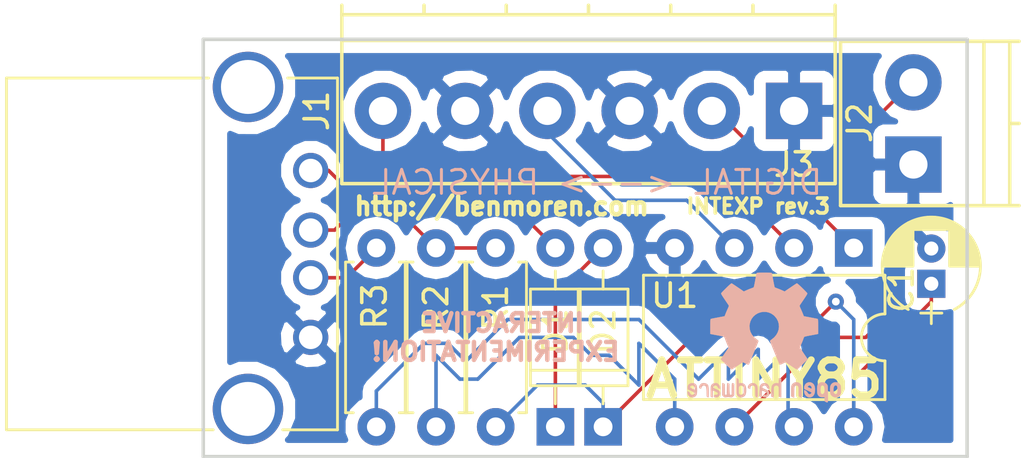
<source format=kicad_pcb>
(kicad_pcb (version 4) (host pcbnew 4.0.7)

  (general
    (links 21)
    (no_connects 1)
    (area 95.428999 84.760999 128.091001 102.691001)
    (thickness 1.6)
    (drawings 10)
    (tracks 70)
    (zones 0)
    (modules 11)
    (nets 14)
  )

  (page A4)
  (layers
    (0 Top signal)
    (31 Bottom signal)
    (34 B.Paste user)
    (35 F.Paste user)
    (36 B.SilkS user)
    (37 F.SilkS user)
    (38 B.Mask user)
    (39 F.Mask user)
    (44 Edge.Cuts user)
  )

  (setup
    (last_trace_width 0.1524)
    (trace_clearance 0.1524)
    (zone_clearance 0.508)
    (zone_45_only no)
    (trace_min 0.1524)
    (segment_width 0.2)
    (edge_width 0.15)
    (via_size 0.6858)
    (via_drill 0.3302)
    (via_min_size 0.6858)
    (via_min_drill 0.3302)
    (uvia_size 0.762)
    (uvia_drill 0.508)
    (uvias_allowed no)
    (uvia_min_size 0)
    (uvia_min_drill 0)
    (pcb_text_width 0.3)
    (pcb_text_size 1.5 1.5)
    (mod_edge_width 0.15)
    (mod_text_size 1 1)
    (mod_text_width 0.15)
    (pad_size 1.524 1.524)
    (pad_drill 0.762)
    (pad_to_mask_clearance 0.2)
    (aux_axis_origin 0 0)
    (visible_elements FFFFFF7F)
    (pcbplotparams
      (layerselection 0x00030_80000001)
      (usegerberextensions false)
      (excludeedgelayer true)
      (linewidth 0.100000)
      (plotframeref false)
      (viasonmask false)
      (mode 1)
      (useauxorigin false)
      (hpglpennumber 1)
      (hpglpenspeed 20)
      (hpglpendiameter 15)
      (hpglpenoverlay 2)
      (psnegative false)
      (psa4output false)
      (plotreference true)
      (plotvalue true)
      (plotinvisibletext false)
      (padsonsilk false)
      (subtractmaskfromsilk false)
      (outputformat 1)
      (mirror false)
      (drillshape 1)
      (scaleselection 1)
      (outputdirectory ""))
  )

  (net 0 "")
  (net 1 "Net-(C1-Pad1)")
  (net 2 GNDREF)
  (net 3 "Net-(D1-Pad1)")
  (net 4 "Net-(D1-Pad2)")
  (net 5 "Net-(J1-Pad3)")
  (net 6 "Net-(J1-Pad2)")
  (net 7 "Net-(J1-Pad5)")
  (net 8 "Net-(J2-Pad2)")
  (net 9 "Net-(J3-Pad2)")
  (net 10 "Net-(J3-Pad4)")
  (net 11 "Net-(J3-Pad6)")
  (net 12 "Net-(R2-Pad1)")
  (net 13 "Net-(R3-Pad1)")

  (net_class Default "This is the default net class."
    (clearance 0.1524)
    (trace_width 0.1524)
    (via_dia 0.6858)
    (via_drill 0.3302)
    (uvia_dia 0.762)
    (uvia_drill 0.508)
    (add_net GNDREF)
    (add_net "Net-(C1-Pad1)")
    (add_net "Net-(D1-Pad1)")
    (add_net "Net-(D1-Pad2)")
    (add_net "Net-(J1-Pad2)")
    (add_net "Net-(J1-Pad3)")
    (add_net "Net-(J1-Pad5)")
    (add_net "Net-(J2-Pad2)")
    (add_net "Net-(J3-Pad2)")
    (add_net "Net-(J3-Pad4)")
    (add_net "Net-(J3-Pad6)")
    (add_net "Net-(R2-Pad1)")
    (add_net "Net-(R3-Pad1)")
  )

  (module Connectors:USB_A (layer Top) (tedit 5A1746B1) (tstamp 5A172811)
    (at 100.076 90.424 270)
    (descr "USB A connector")
    (tags "USB USB_A")
    (path /5A15B284)
    (fp_text reference J1 (at -2.54 -0.254 270) (layer F.SilkS)
      (effects (font (size 1 1) (thickness 0.15)))
    )
    (fp_text value USB_A (at 3.84 7.44 270) (layer F.Fab)
      (effects (font (size 1 1) (thickness 0.15)))
    )
    (fp_line (start -5.3 13.2) (end -5.3 -1.4) (layer F.CrtYd) (width 0.05))
    (fp_line (start 11.95 -1.4) (end 11.95 13.2) (layer F.CrtYd) (width 0.05))
    (fp_line (start -5.3 13.2) (end 11.95 13.2) (layer F.CrtYd) (width 0.05))
    (fp_line (start -5.3 -1.4) (end 11.95 -1.4) (layer F.CrtYd) (width 0.05))
    (fp_line (start 11.05 -1.14) (end 11.05 1.19) (layer F.SilkS) (width 0.12))
    (fp_line (start -3.94 -1.14) (end -3.94 0.98) (layer F.SilkS) (width 0.12))
    (fp_line (start 11.05 -1.14) (end -3.94 -1.14) (layer F.SilkS) (width 0.12))
    (fp_line (start 11.05 12.95) (end -3.94 12.95) (layer F.SilkS) (width 0.12))
    (fp_line (start 11.05 4.15) (end 11.05 12.95) (layer F.SilkS) (width 0.12))
    (fp_line (start -3.94 4.35) (end -3.94 12.95) (layer F.SilkS) (width 0.12))
    (pad 4 thru_hole circle (at 7.11 0 180) (size 1.5 1.5) (drill 1) (layers *.Cu *.Mask)
      (net 2 GNDREF))
    (pad 3 thru_hole circle (at 4.57 0 180) (size 1.5 1.5) (drill 1) (layers *.Cu *.Mask)
      (net 5 "Net-(J1-Pad3)"))
    (pad 2 thru_hole circle (at 2.54 0 180) (size 1.5 1.5) (drill 1) (layers *.Cu *.Mask)
      (net 6 "Net-(J1-Pad2)"))
    (pad 1 thru_hole circle (at 0 0 180) (size 1.5 1.5) (drill 1) (layers *.Cu *.Mask)
      (net 4 "Net-(D1-Pad2)"))
    (pad 5 thru_hole circle (at 10.16 2.67 180) (size 3 3) (drill 2.3) (layers *.Cu *.Mask)
      (net 7 "Net-(J1-Pad5)"))
    (pad 5 thru_hole circle (at -3.56 2.67 180) (size 3 3) (drill 2.3) (layers *.Cu *.Mask)
      (net 7 "Net-(J1-Pad5)"))
    (model ${KISYS3DMOD}/Connectors.3dshapes/USB_A.wrl
      (at (xyz 0.14 0 0))
      (scale (xyz 1 1 1))
      (rotate (xyz 0 0 90))
    )
  )

  (module Capacitors_THT:CP_Radial_D4.0mm_P1.50mm (layer Top) (tedit 5A174675) (tstamp 5A1727FB)
    (at 126.492 95.25 90)
    (descr "CP, Radial series, Radial, pin pitch=1.50mm, , diameter=4mm, Electrolytic Capacitor")
    (tags "CP Radial series Radial pin pitch 1.50mm  diameter 4mm Electrolytic Capacitor")
    (path /5A15B42B)
    (fp_text reference C1 (at -0.254 -1.27 90) (layer F.SilkS)
      (effects (font (size 1 1) (thickness 0.15)))
    )
    (fp_text value 0.1uf (at 0.75 3.31 90) (layer F.Fab)
      (effects (font (size 1 1) (thickness 0.15)))
    )
    (fp_arc (start 0.75 0) (end -1.095996 -0.98) (angle 124.1) (layer F.SilkS) (width 0.12))
    (fp_arc (start 0.75 0) (end -1.095996 0.98) (angle -124.1) (layer F.SilkS) (width 0.12))
    (fp_arc (start 0.75 0) (end 2.595996 -0.98) (angle 55.9) (layer F.SilkS) (width 0.12))
    (fp_circle (center 0.75 0) (end 2.75 0) (layer F.Fab) (width 0.1))
    (fp_line (start -1.7 0) (end -0.8 0) (layer F.Fab) (width 0.1))
    (fp_line (start -1.25 -0.45) (end -1.25 0.45) (layer F.Fab) (width 0.1))
    (fp_line (start 0.75 0.78) (end 0.75 2.05) (layer F.SilkS) (width 0.12))
    (fp_line (start 0.75 -2.05) (end 0.75 -0.78) (layer F.SilkS) (width 0.12))
    (fp_line (start 0.79 -2.05) (end 0.79 -0.78) (layer F.SilkS) (width 0.12))
    (fp_line (start 0.79 0.78) (end 0.79 2.05) (layer F.SilkS) (width 0.12))
    (fp_line (start 0.83 -2.049) (end 0.83 -0.78) (layer F.SilkS) (width 0.12))
    (fp_line (start 0.83 0.78) (end 0.83 2.049) (layer F.SilkS) (width 0.12))
    (fp_line (start 0.87 -2.047) (end 0.87 -0.78) (layer F.SilkS) (width 0.12))
    (fp_line (start 0.87 0.78) (end 0.87 2.047) (layer F.SilkS) (width 0.12))
    (fp_line (start 0.91 -2.044) (end 0.91 -0.78) (layer F.SilkS) (width 0.12))
    (fp_line (start 0.91 0.78) (end 0.91 2.044) (layer F.SilkS) (width 0.12))
    (fp_line (start 0.95 -2.041) (end 0.95 -0.78) (layer F.SilkS) (width 0.12))
    (fp_line (start 0.95 0.78) (end 0.95 2.041) (layer F.SilkS) (width 0.12))
    (fp_line (start 0.99 -2.037) (end 0.99 -0.78) (layer F.SilkS) (width 0.12))
    (fp_line (start 0.99 0.78) (end 0.99 2.037) (layer F.SilkS) (width 0.12))
    (fp_line (start 1.03 -2.032) (end 1.03 -0.78) (layer F.SilkS) (width 0.12))
    (fp_line (start 1.03 0.78) (end 1.03 2.032) (layer F.SilkS) (width 0.12))
    (fp_line (start 1.07 -2.026) (end 1.07 -0.78) (layer F.SilkS) (width 0.12))
    (fp_line (start 1.07 0.78) (end 1.07 2.026) (layer F.SilkS) (width 0.12))
    (fp_line (start 1.11 -2.019) (end 1.11 -0.78) (layer F.SilkS) (width 0.12))
    (fp_line (start 1.11 0.78) (end 1.11 2.019) (layer F.SilkS) (width 0.12))
    (fp_line (start 1.15 -2.012) (end 1.15 -0.78) (layer F.SilkS) (width 0.12))
    (fp_line (start 1.15 0.78) (end 1.15 2.012) (layer F.SilkS) (width 0.12))
    (fp_line (start 1.19 -2.004) (end 1.19 -0.78) (layer F.SilkS) (width 0.12))
    (fp_line (start 1.19 0.78) (end 1.19 2.004) (layer F.SilkS) (width 0.12))
    (fp_line (start 1.23 -1.995) (end 1.23 -0.78) (layer F.SilkS) (width 0.12))
    (fp_line (start 1.23 0.78) (end 1.23 1.995) (layer F.SilkS) (width 0.12))
    (fp_line (start 1.27 -1.985) (end 1.27 -0.78) (layer F.SilkS) (width 0.12))
    (fp_line (start 1.27 0.78) (end 1.27 1.985) (layer F.SilkS) (width 0.12))
    (fp_line (start 1.31 -1.974) (end 1.31 -0.78) (layer F.SilkS) (width 0.12))
    (fp_line (start 1.31 0.78) (end 1.31 1.974) (layer F.SilkS) (width 0.12))
    (fp_line (start 1.35 -1.963) (end 1.35 -0.78) (layer F.SilkS) (width 0.12))
    (fp_line (start 1.35 0.78) (end 1.35 1.963) (layer F.SilkS) (width 0.12))
    (fp_line (start 1.39 -1.95) (end 1.39 -0.78) (layer F.SilkS) (width 0.12))
    (fp_line (start 1.39 0.78) (end 1.39 1.95) (layer F.SilkS) (width 0.12))
    (fp_line (start 1.43 -1.937) (end 1.43 -0.78) (layer F.SilkS) (width 0.12))
    (fp_line (start 1.43 0.78) (end 1.43 1.937) (layer F.SilkS) (width 0.12))
    (fp_line (start 1.471 -1.923) (end 1.471 -0.78) (layer F.SilkS) (width 0.12))
    (fp_line (start 1.471 0.78) (end 1.471 1.923) (layer F.SilkS) (width 0.12))
    (fp_line (start 1.511 -1.907) (end 1.511 -0.78) (layer F.SilkS) (width 0.12))
    (fp_line (start 1.511 0.78) (end 1.511 1.907) (layer F.SilkS) (width 0.12))
    (fp_line (start 1.551 -1.891) (end 1.551 -0.78) (layer F.SilkS) (width 0.12))
    (fp_line (start 1.551 0.78) (end 1.551 1.891) (layer F.SilkS) (width 0.12))
    (fp_line (start 1.591 -1.874) (end 1.591 -0.78) (layer F.SilkS) (width 0.12))
    (fp_line (start 1.591 0.78) (end 1.591 1.874) (layer F.SilkS) (width 0.12))
    (fp_line (start 1.631 -1.856) (end 1.631 -0.78) (layer F.SilkS) (width 0.12))
    (fp_line (start 1.631 0.78) (end 1.631 1.856) (layer F.SilkS) (width 0.12))
    (fp_line (start 1.671 -1.837) (end 1.671 -0.78) (layer F.SilkS) (width 0.12))
    (fp_line (start 1.671 0.78) (end 1.671 1.837) (layer F.SilkS) (width 0.12))
    (fp_line (start 1.711 -1.817) (end 1.711 -0.78) (layer F.SilkS) (width 0.12))
    (fp_line (start 1.711 0.78) (end 1.711 1.817) (layer F.SilkS) (width 0.12))
    (fp_line (start 1.751 -1.796) (end 1.751 -0.78) (layer F.SilkS) (width 0.12))
    (fp_line (start 1.751 0.78) (end 1.751 1.796) (layer F.SilkS) (width 0.12))
    (fp_line (start 1.791 -1.773) (end 1.791 -0.78) (layer F.SilkS) (width 0.12))
    (fp_line (start 1.791 0.78) (end 1.791 1.773) (layer F.SilkS) (width 0.12))
    (fp_line (start 1.831 -1.75) (end 1.831 -0.78) (layer F.SilkS) (width 0.12))
    (fp_line (start 1.831 0.78) (end 1.831 1.75) (layer F.SilkS) (width 0.12))
    (fp_line (start 1.871 -1.725) (end 1.871 -0.78) (layer F.SilkS) (width 0.12))
    (fp_line (start 1.871 0.78) (end 1.871 1.725) (layer F.SilkS) (width 0.12))
    (fp_line (start 1.911 -1.699) (end 1.911 -0.78) (layer F.SilkS) (width 0.12))
    (fp_line (start 1.911 0.78) (end 1.911 1.699) (layer F.SilkS) (width 0.12))
    (fp_line (start 1.951 -1.672) (end 1.951 -0.78) (layer F.SilkS) (width 0.12))
    (fp_line (start 1.951 0.78) (end 1.951 1.672) (layer F.SilkS) (width 0.12))
    (fp_line (start 1.991 -1.643) (end 1.991 -0.78) (layer F.SilkS) (width 0.12))
    (fp_line (start 1.991 0.78) (end 1.991 1.643) (layer F.SilkS) (width 0.12))
    (fp_line (start 2.031 -1.613) (end 2.031 -0.78) (layer F.SilkS) (width 0.12))
    (fp_line (start 2.031 0.78) (end 2.031 1.613) (layer F.SilkS) (width 0.12))
    (fp_line (start 2.071 -1.581) (end 2.071 -0.78) (layer F.SilkS) (width 0.12))
    (fp_line (start 2.071 0.78) (end 2.071 1.581) (layer F.SilkS) (width 0.12))
    (fp_line (start 2.111 -1.547) (end 2.111 -0.78) (layer F.SilkS) (width 0.12))
    (fp_line (start 2.111 0.78) (end 2.111 1.547) (layer F.SilkS) (width 0.12))
    (fp_line (start 2.151 -1.512) (end 2.151 -0.78) (layer F.SilkS) (width 0.12))
    (fp_line (start 2.151 0.78) (end 2.151 1.512) (layer F.SilkS) (width 0.12))
    (fp_line (start 2.191 -1.475) (end 2.191 -0.78) (layer F.SilkS) (width 0.12))
    (fp_line (start 2.191 0.78) (end 2.191 1.475) (layer F.SilkS) (width 0.12))
    (fp_line (start 2.231 -1.436) (end 2.231 -0.78) (layer F.SilkS) (width 0.12))
    (fp_line (start 2.231 0.78) (end 2.231 1.436) (layer F.SilkS) (width 0.12))
    (fp_line (start 2.271 -1.395) (end 2.271 -0.78) (layer F.SilkS) (width 0.12))
    (fp_line (start 2.271 0.78) (end 2.271 1.395) (layer F.SilkS) (width 0.12))
    (fp_line (start 2.311 -1.351) (end 2.311 1.351) (layer F.SilkS) (width 0.12))
    (fp_line (start 2.351 -1.305) (end 2.351 1.305) (layer F.SilkS) (width 0.12))
    (fp_line (start 2.391 -1.256) (end 2.391 1.256) (layer F.SilkS) (width 0.12))
    (fp_line (start 2.431 -1.204) (end 2.431 1.204) (layer F.SilkS) (width 0.12))
    (fp_line (start 2.471 -1.148) (end 2.471 1.148) (layer F.SilkS) (width 0.12))
    (fp_line (start 2.511 -1.088) (end 2.511 1.088) (layer F.SilkS) (width 0.12))
    (fp_line (start 2.551 -1.023) (end 2.551 1.023) (layer F.SilkS) (width 0.12))
    (fp_line (start 2.591 -0.952) (end 2.591 0.952) (layer F.SilkS) (width 0.12))
    (fp_line (start 2.631 -0.874) (end 2.631 0.874) (layer F.SilkS) (width 0.12))
    (fp_line (start 2.671 -0.786) (end 2.671 0.786) (layer F.SilkS) (width 0.12))
    (fp_line (start 2.711 -0.686) (end 2.711 0.686) (layer F.SilkS) (width 0.12))
    (fp_line (start 2.751 -0.567) (end 2.751 0.567) (layer F.SilkS) (width 0.12))
    (fp_line (start 2.791 -0.415) (end 2.791 0.415) (layer F.SilkS) (width 0.12))
    (fp_line (start 2.831 -0.165) (end 2.831 0.165) (layer F.SilkS) (width 0.12))
    (fp_line (start -1.7 0) (end -0.8 0) (layer F.SilkS) (width 0.12))
    (fp_line (start -1.25 -0.45) (end -1.25 0.45) (layer F.SilkS) (width 0.12))
    (fp_line (start -1.6 -2.35) (end -1.6 2.35) (layer F.CrtYd) (width 0.05))
    (fp_line (start -1.6 2.35) (end 3.1 2.35) (layer F.CrtYd) (width 0.05))
    (fp_line (start 3.1 2.35) (end 3.1 -2.35) (layer F.CrtYd) (width 0.05))
    (fp_line (start 3.1 -2.35) (end -1.6 -2.35) (layer F.CrtYd) (width 0.05))
    (fp_text user %R (at 0.75 0 90) (layer F.Fab)
      (effects (font (size 1 1) (thickness 0.15)))
    )
    (pad 1 thru_hole rect (at 0 0 90) (size 1.2 1.2) (drill 0.6) (layers *.Cu *.Mask)
      (net 1 "Net-(C1-Pad1)"))
    (pad 2 thru_hole circle (at 1.5 0 90) (size 1.2 1.2) (drill 0.6) (layers *.Cu *.Mask)
      (net 2 GNDREF))
    (model ${KISYS3DMOD}/Capacitors_THT.3dshapes/CP_Radial_D4.0mm_P1.50mm.wrl
      (at (xyz 0 0 0))
      (scale (xyz 1 1 1))
      (rotate (xyz 0 0 0))
    )
  )

  (module Diodes_THT:D_DO-35_SOD27_P7.62mm_Horizontal (layer Top) (tedit 5A176D20) (tstamp 5A172801)
    (at 110.49 101.346 90)
    (descr "D, DO-35_SOD27 series, Axial, Horizontal, pin pitch=7.62mm, , length*diameter=4*2mm^2, , http://www.diodes.com/_files/packages/DO-35.pdf")
    (tags "D DO-35_SOD27 series Axial Horizontal pin pitch 7.62mm  length 4mm diameter 2mm")
    (path /5A15B2D6)
    (fp_text reference D1 (at 4.064 0 270) (layer F.SilkS)
      (effects (font (size 1 1) (thickness 0.15)))
    )
    (fp_text value 1N4148 (at 4.064 0 90) (layer F.Fab)
      (effects (font (size 1 1) (thickness 0.15)))
    )
    (fp_text user %R (at 3.81 0 90) (layer F.Fab)
      (effects (font (size 1 1) (thickness 0.15)))
    )
    (fp_line (start 1.81 -1) (end 1.81 1) (layer F.Fab) (width 0.1))
    (fp_line (start 1.81 1) (end 5.81 1) (layer F.Fab) (width 0.1))
    (fp_line (start 5.81 1) (end 5.81 -1) (layer F.Fab) (width 0.1))
    (fp_line (start 5.81 -1) (end 1.81 -1) (layer F.Fab) (width 0.1))
    (fp_line (start 0 0) (end 1.81 0) (layer F.Fab) (width 0.1))
    (fp_line (start 7.62 0) (end 5.81 0) (layer F.Fab) (width 0.1))
    (fp_line (start 2.41 -1) (end 2.41 1) (layer F.Fab) (width 0.1))
    (fp_line (start 1.75 -1.06) (end 1.75 1.06) (layer F.SilkS) (width 0.12))
    (fp_line (start 1.75 1.06) (end 5.87 1.06) (layer F.SilkS) (width 0.12))
    (fp_line (start 5.87 1.06) (end 5.87 -1.06) (layer F.SilkS) (width 0.12))
    (fp_line (start 5.87 -1.06) (end 1.75 -1.06) (layer F.SilkS) (width 0.12))
    (fp_line (start 0.98 0) (end 1.75 0) (layer F.SilkS) (width 0.12))
    (fp_line (start 6.64 0) (end 5.87 0) (layer F.SilkS) (width 0.12))
    (fp_line (start 2.41 -1.06) (end 2.41 1.06) (layer F.SilkS) (width 0.12))
    (fp_line (start -1.05 -1.35) (end -1.05 1.35) (layer F.CrtYd) (width 0.05))
    (fp_line (start -1.05 1.35) (end 8.7 1.35) (layer F.CrtYd) (width 0.05))
    (fp_line (start 8.7 1.35) (end 8.7 -1.35) (layer F.CrtYd) (width 0.05))
    (fp_line (start 8.7 -1.35) (end -1.05 -1.35) (layer F.CrtYd) (width 0.05))
    (pad 1 thru_hole rect (at 0 0 90) (size 1.6 1.6) (drill 0.8) (layers *.Cu *.Mask)
      (net 3 "Net-(D1-Pad1)"))
    (pad 2 thru_hole oval (at 7.62 0 90) (size 1.6 1.6) (drill 0.8) (layers *.Cu *.Mask)
      (net 4 "Net-(D1-Pad2)"))
    (model ${KISYS3DMOD}/Diodes_THT.3dshapes/D_DO-35_SOD27_P7.62mm_Horizontal.wrl
      (at (xyz 0 0 0))
      (scale (xyz 0.393701 0.393701 0.393701))
      (rotate (xyz 0 0 0))
    )
  )

  (module Diodes_THT:D_DO-35_SOD27_P7.62mm_Horizontal (layer Top) (tedit 5A176C2D) (tstamp 5A172807)
    (at 112.522 101.346 90)
    (descr "D, DO-35_SOD27 series, Axial, Horizontal, pin pitch=7.62mm, , length*diameter=4*2mm^2, , http://www.diodes.com/_files/packages/DO-35.pdf")
    (tags "D DO-35_SOD27 series Axial Horizontal pin pitch 7.62mm  length 4mm diameter 2mm")
    (path /5A15B33F)
    (fp_text reference D2 (at 4.064 0 90) (layer F.SilkS)
      (effects (font (size 1 1) (thickness 0.15)))
    )
    (fp_text value 1N4148 (at 3.556 0.508 90) (layer F.Fab)
      (effects (font (size 1 1) (thickness 0.15)))
    )
    (fp_text user %R (at 3.81 0 90) (layer F.Fab)
      (effects (font (size 1 1) (thickness 0.15)))
    )
    (fp_line (start 1.81 -1) (end 1.81 1) (layer F.Fab) (width 0.1))
    (fp_line (start 1.81 1) (end 5.81 1) (layer F.Fab) (width 0.1))
    (fp_line (start 5.81 1) (end 5.81 -1) (layer F.Fab) (width 0.1))
    (fp_line (start 5.81 -1) (end 1.81 -1) (layer F.Fab) (width 0.1))
    (fp_line (start 0 0) (end 1.81 0) (layer F.Fab) (width 0.1))
    (fp_line (start 7.62 0) (end 5.81 0) (layer F.Fab) (width 0.1))
    (fp_line (start 2.41 -1) (end 2.41 1) (layer F.Fab) (width 0.1))
    (fp_line (start 1.75 -1.06) (end 1.75 1.06) (layer F.SilkS) (width 0.12))
    (fp_line (start 1.75 1.06) (end 5.87 1.06) (layer F.SilkS) (width 0.12))
    (fp_line (start 5.87 1.06) (end 5.87 -1.06) (layer F.SilkS) (width 0.12))
    (fp_line (start 5.87 -1.06) (end 1.75 -1.06) (layer F.SilkS) (width 0.12))
    (fp_line (start 0.98 0) (end 1.75 0) (layer F.SilkS) (width 0.12))
    (fp_line (start 6.64 0) (end 5.87 0) (layer F.SilkS) (width 0.12))
    (fp_line (start 2.41 -1.06) (end 2.41 1.06) (layer F.SilkS) (width 0.12))
    (fp_line (start -1.05 -1.35) (end -1.05 1.35) (layer F.CrtYd) (width 0.05))
    (fp_line (start -1.05 1.35) (end 8.7 1.35) (layer F.CrtYd) (width 0.05))
    (fp_line (start 8.7 1.35) (end 8.7 -1.35) (layer F.CrtYd) (width 0.05))
    (fp_line (start 8.7 -1.35) (end -1.05 -1.35) (layer F.CrtYd) (width 0.05))
    (pad 1 thru_hole rect (at 0 0 90) (size 1.6 1.6) (drill 0.8) (layers *.Cu *.Mask)
      (net 1 "Net-(C1-Pad1)"))
    (pad 2 thru_hole oval (at 7.62 0 300) (size 1.6 1.6) (drill 0.8) (layers *.Cu *.Mask)
      (net 3 "Net-(D1-Pad1)"))
    (model ${KISYS3DMOD}/Diodes_THT.3dshapes/D_DO-35_SOD27_P7.62mm_Horizontal.wrl
      (at (xyz 0 0 0))
      (scale (xyz 0.393701 0.393701 0.393701))
      (rotate (xyz 0 0 0))
    )
  )

  (module TerminalBlocks_Phoenix:TerminalBlock_Phoenix_PT-3.5mm_2pol (layer Top) (tedit 5A174670) (tstamp 5A172817)
    (at 125.73 90.17 90)
    (descr "2-way 3.5mm pitch terminal block, Phoenix PT series")
    (path /5A15B53C)
    (fp_text reference J2 (at 1.778 -2.286 90) (layer F.SilkS)
      (effects (font (size 1 1) (thickness 0.15)))
    )
    (fp_text value TOGGLE (at 1.778 2.54 90) (layer F.Fab)
      (effects (font (size 1 1) (thickness 0.15)))
    )
    (fp_text user %R (at 1.75 0 90) (layer F.Fab)
      (effects (font (size 1 1) (thickness 0.15)))
    )
    (fp_line (start -1.9 -3.3) (end 5.4 -3.3) (layer F.CrtYd) (width 0.05))
    (fp_line (start -1.9 4.7) (end -1.9 -3.3) (layer F.CrtYd) (width 0.05))
    (fp_line (start 5.4 4.7) (end -1.9 4.7) (layer F.CrtYd) (width 0.05))
    (fp_line (start 5.4 -3.3) (end 5.4 4.7) (layer F.CrtYd) (width 0.05))
    (fp_line (start 1.75 4.1) (end 1.75 4.5) (layer F.SilkS) (width 0.15))
    (fp_line (start -1.75 3) (end 5.25 3) (layer F.SilkS) (width 0.15))
    (fp_line (start -1.75 4.1) (end 5.25 4.1) (layer F.SilkS) (width 0.15))
    (fp_line (start -1.75 -3.1) (end -1.75 4.5) (layer F.SilkS) (width 0.15))
    (fp_line (start 5.25 4.5) (end 5.25 -3.1) (layer F.SilkS) (width 0.15))
    (fp_line (start 5.25 -3.1) (end -1.75 -3.1) (layer F.SilkS) (width 0.15))
    (pad 2 thru_hole circle (at 3.5 0 90) (size 2.4 2.4) (drill 1.2) (layers *.Cu *.Mask)
      (net 8 "Net-(J2-Pad2)"))
    (pad 1 thru_hole rect (at 0 0 90) (size 2.4 2.4) (drill 1.2) (layers *.Cu *.Mask)
      (net 2 GNDREF))
    (model ${KISYS3DMOD}/TerminalBlock_Phoenix.3dshapes/TerminalBlock_Phoenix_PT-3.5mm_2pol.wrl
      (at (xyz 0 0 0))
      (scale (xyz 1 1 1))
      (rotate (xyz 0 0 0))
    )
  )

  (module TerminalBlocks_Phoenix:TerminalBlock_Phoenix_PT-3.5mm_6pol (layer Top) (tedit 5A1746AD) (tstamp 5A172821)
    (at 120.65 87.884 180)
    (descr "6-way 3.5mm pitch terminal block, Phoenix PT series")
    (path /5A15B4D6)
    (fp_text reference J3 (at 0 -2.286 180) (layer F.SilkS)
      (effects (font (size 1 1) (thickness 0.15)))
    )
    (fp_text value ABC123 (at 8.636 -2.032 180) (layer F.Fab)
      (effects (font (size 1 1) (thickness 0.15)))
    )
    (fp_text user %R (at 8.75 0 180) (layer F.Fab)
      (effects (font (size 1 1) (thickness 0.15)))
    )
    (fp_line (start -1.9 -3.3) (end 19.4 -3.3) (layer F.CrtYd) (width 0.05))
    (fp_line (start -1.9 4.7) (end -1.9 -3.3) (layer F.CrtYd) (width 0.05))
    (fp_line (start 19.4 4.7) (end -1.9 4.7) (layer F.CrtYd) (width 0.05))
    (fp_line (start 19.4 -3.3) (end 19.4 4.7) (layer F.CrtYd) (width 0.05))
    (fp_line (start 15.75 4.1) (end 15.75 4.5) (layer F.SilkS) (width 0.15))
    (fp_line (start 12.25 4.1) (end 12.25 4.5) (layer F.SilkS) (width 0.15))
    (fp_line (start 1.75 4.1) (end 1.75 4.5) (layer F.SilkS) (width 0.15))
    (fp_line (start 5.25 4.1) (end 5.25 4.5) (layer F.SilkS) (width 0.15))
    (fp_line (start 8.75 4.1) (end 8.75 4.5) (layer F.SilkS) (width 0.15))
    (fp_line (start -1.75 3) (end 19.25 3) (layer F.SilkS) (width 0.15))
    (fp_line (start -1.75 4.1) (end 19.25 4.1) (layer F.SilkS) (width 0.15))
    (fp_line (start -1.75 -3.1) (end -1.75 4.5) (layer F.SilkS) (width 0.15))
    (fp_line (start 19.25 4.5) (end 19.25 -3.1) (layer F.SilkS) (width 0.15))
    (fp_line (start 19.25 -3.1) (end -1.75 -3.1) (layer F.SilkS) (width 0.15))
    (pad 2 thru_hole circle (at 3.5 0 180) (size 2.4 2.4) (drill 1.2) (layers *.Cu *.Mask)
      (net 9 "Net-(J3-Pad2)"))
    (pad 1 thru_hole rect (at 0 0 180) (size 2.4 2.4) (drill 1.2) (layers *.Cu *.Mask)
      (net 2 GNDREF))
    (pad 3 thru_hole circle (at 7 0 180) (size 2.4 2.4) (drill 1.2) (layers *.Cu *.Mask)
      (net 2 GNDREF))
    (pad 4 thru_hole circle (at 10.5 0 180) (size 2.4 2.4) (drill 1.2) (layers *.Cu *.Mask)
      (net 10 "Net-(J3-Pad4)"))
    (pad 5 thru_hole circle (at 14 0 180) (size 2.4 2.4) (drill 1.2) (layers *.Cu *.Mask)
      (net 2 GNDREF))
    (pad 6 thru_hole circle (at 17.5 0 180) (size 2.4 2.4) (drill 1.2) (layers *.Cu *.Mask)
      (net 11 "Net-(J3-Pad6)"))
    (model ${KISYS3DMOD}/TerminalBlock_Phoenix.3dshapes/TerminalBlock_Phoenix_PT-3.5mm_6pol.wrl
      (at (xyz 0 0 0))
      (scale (xyz 1 1 1))
      (rotate (xyz 0 0 0))
    )
  )

  (module Resistors_THT:R_Axial_DIN0207_L6.3mm_D2.5mm_P7.62mm_Horizontal (layer Top) (tedit 5A176CFB) (tstamp 5A172827)
    (at 107.95 101.346 90)
    (descr "Resistor, Axial_DIN0207 series, Axial, Horizontal, pin pitch=7.62mm, 0.25W = 1/4W, length*diameter=6.3*2.5mm^2, http://cdn-reichelt.de/documents/datenblatt/B400/1_4W%23YAG.pdf")
    (tags "Resistor Axial_DIN0207 series Axial Horizontal pin pitch 7.62mm 0.25W = 1/4W length 6.3mm diameter 2.5mm")
    (path /5A15B372)
    (fp_text reference R1 (at 5.08 0 90) (layer F.SilkS)
      (effects (font (size 1 1) (thickness 0.15)))
    )
    (fp_text value 1.5k (at 2.54 -0.508 90) (layer F.Fab)
      (effects (font (size 1 1) (thickness 0.15)))
    )
    (fp_line (start 0.66 -1.25) (end 0.66 1.25) (layer F.Fab) (width 0.1))
    (fp_line (start 0.66 1.25) (end 6.96 1.25) (layer F.Fab) (width 0.1))
    (fp_line (start 6.96 1.25) (end 6.96 -1.25) (layer F.Fab) (width 0.1))
    (fp_line (start 6.96 -1.25) (end 0.66 -1.25) (layer F.Fab) (width 0.1))
    (fp_line (start 0 0) (end 0.66 0) (layer F.Fab) (width 0.1))
    (fp_line (start 7.62 0) (end 6.96 0) (layer F.Fab) (width 0.1))
    (fp_line (start 0.6 -0.98) (end 0.6 -1.31) (layer F.SilkS) (width 0.12))
    (fp_line (start 0.6 -1.31) (end 7.02 -1.31) (layer F.SilkS) (width 0.12))
    (fp_line (start 7.02 -1.31) (end 7.02 -0.98) (layer F.SilkS) (width 0.12))
    (fp_line (start 0.6 0.98) (end 0.6 1.31) (layer F.SilkS) (width 0.12))
    (fp_line (start 0.6 1.31) (end 7.02 1.31) (layer F.SilkS) (width 0.12))
    (fp_line (start 7.02 1.31) (end 7.02 0.98) (layer F.SilkS) (width 0.12))
    (fp_line (start -1.05 -1.6) (end -1.05 1.6) (layer F.CrtYd) (width 0.05))
    (fp_line (start -1.05 1.6) (end 8.7 1.6) (layer F.CrtYd) (width 0.05))
    (fp_line (start 8.7 1.6) (end 8.7 -1.6) (layer F.CrtYd) (width 0.05))
    (fp_line (start 8.7 -1.6) (end -1.05 -1.6) (layer F.CrtYd) (width 0.05))
    (pad 1 thru_hole circle (at 0 0 90) (size 1.6 1.6) (drill 0.8) (layers *.Cu *.Mask)
      (net 1 "Net-(C1-Pad1)"))
    (pad 2 thru_hole oval (at 7.62 0 90) (size 1.6 1.6) (drill 0.8) (layers *.Cu *.Mask)
      (net 6 "Net-(J1-Pad2)"))
    (model ${KISYS3DMOD}/Resistors_THT.3dshapes/R_Axial_DIN0207_L6.3mm_D2.5mm_P7.62mm_Horizontal.wrl
      (at (xyz 0 0 0))
      (scale (xyz 0.393701 0.393701 0.393701))
      (rotate (xyz 0 0 0))
    )
  )

  (module Resistors_THT:R_Axial_DIN0207_L6.3mm_D2.5mm_P7.62mm_Horizontal (layer Top) (tedit 5A174380) (tstamp 5A17282D)
    (at 105.41 101.346 90)
    (descr "Resistor, Axial_DIN0207 series, Axial, Horizontal, pin pitch=7.62mm, 0.25W = 1/4W, length*diameter=6.3*2.5mm^2, http://cdn-reichelt.de/documents/datenblatt/B400/1_4W%23YAG.pdf")
    (tags "Resistor Axial_DIN0207 series Axial Horizontal pin pitch 7.62mm 0.25W = 1/4W length 6.3mm diameter 2.5mm")
    (path /5A15B3BA)
    (fp_text reference R2 (at 5.08 0 90) (layer F.SilkS)
      (effects (font (size 1 1) (thickness 0.15)))
    )
    (fp_text value 68 (at 2.54 0 90) (layer F.Fab)
      (effects (font (size 1 1) (thickness 0.15)))
    )
    (fp_line (start 0.66 -1.25) (end 0.66 1.25) (layer F.Fab) (width 0.1))
    (fp_line (start 0.66 1.25) (end 6.96 1.25) (layer F.Fab) (width 0.1))
    (fp_line (start 6.96 1.25) (end 6.96 -1.25) (layer F.Fab) (width 0.1))
    (fp_line (start 6.96 -1.25) (end 0.66 -1.25) (layer F.Fab) (width 0.1))
    (fp_line (start 0 0) (end 0.66 0) (layer F.Fab) (width 0.1))
    (fp_line (start 7.62 0) (end 6.96 0) (layer F.Fab) (width 0.1))
    (fp_line (start 0.6 -0.98) (end 0.6 -1.31) (layer F.SilkS) (width 0.12))
    (fp_line (start 0.6 -1.31) (end 7.02 -1.31) (layer F.SilkS) (width 0.12))
    (fp_line (start 7.02 -1.31) (end 7.02 -0.98) (layer F.SilkS) (width 0.12))
    (fp_line (start 0.6 0.98) (end 0.6 1.31) (layer F.SilkS) (width 0.12))
    (fp_line (start 0.6 1.31) (end 7.02 1.31) (layer F.SilkS) (width 0.12))
    (fp_line (start 7.02 1.31) (end 7.02 0.98) (layer F.SilkS) (width 0.12))
    (fp_line (start -1.05 -1.6) (end -1.05 1.6) (layer F.CrtYd) (width 0.05))
    (fp_line (start -1.05 1.6) (end 8.7 1.6) (layer F.CrtYd) (width 0.05))
    (fp_line (start 8.7 1.6) (end 8.7 -1.6) (layer F.CrtYd) (width 0.05))
    (fp_line (start 8.7 -1.6) (end -1.05 -1.6) (layer F.CrtYd) (width 0.05))
    (pad 1 thru_hole circle (at 0 0 90) (size 1.6 1.6) (drill 0.8) (layers *.Cu *.Mask)
      (net 12 "Net-(R2-Pad1)"))
    (pad 2 thru_hole oval (at 7.62 0 90) (size 1.6 1.6) (drill 0.8) (layers *.Cu *.Mask)
      (net 6 "Net-(J1-Pad2)"))
    (model ${KISYS3DMOD}/Resistors_THT.3dshapes/R_Axial_DIN0207_L6.3mm_D2.5mm_P7.62mm_Horizontal.wrl
      (at (xyz 0 0 0))
      (scale (xyz 0.393701 0.393701 0.393701))
      (rotate (xyz 0 0 0))
    )
  )

  (module Resistors_THT:R_Axial_DIN0207_L6.3mm_D2.5mm_P7.62mm_Horizontal (layer Top) (tedit 5A1747DC) (tstamp 5A172833)
    (at 102.87 101.346 90)
    (descr "Resistor, Axial_DIN0207 series, Axial, Horizontal, pin pitch=7.62mm, 0.25W = 1/4W, length*diameter=6.3*2.5mm^2, http://cdn-reichelt.de/documents/datenblatt/B400/1_4W%23YAG.pdf")
    (tags "Resistor Axial_DIN0207 series Axial Horizontal pin pitch 7.62mm 0.25W = 1/4W length 6.3mm diameter 2.5mm")
    (path /5A15B3E6)
    (fp_text reference R3 (at 5.1308 -0.0762 90) (layer F.SilkS)
      (effects (font (size 1 1) (thickness 0.15)))
    )
    (fp_text value 68 (at 3.048 0 90) (layer F.Fab)
      (effects (font (size 1 1) (thickness 0.15)))
    )
    (fp_line (start 0.66 -1.25) (end 0.66 1.25) (layer F.Fab) (width 0.1))
    (fp_line (start 0.66 1.25) (end 6.96 1.25) (layer F.Fab) (width 0.1))
    (fp_line (start 6.96 1.25) (end 6.96 -1.25) (layer F.Fab) (width 0.1))
    (fp_line (start 6.96 -1.25) (end 0.66 -1.25) (layer F.Fab) (width 0.1))
    (fp_line (start 0 0) (end 0.66 0) (layer F.Fab) (width 0.1))
    (fp_line (start 7.62 0) (end 6.96 0) (layer F.Fab) (width 0.1))
    (fp_line (start 0.6 -0.98) (end 0.6 -1.31) (layer F.SilkS) (width 0.12))
    (fp_line (start 0.6 -1.31) (end 7.02 -1.31) (layer F.SilkS) (width 0.12))
    (fp_line (start 7.02 -1.31) (end 7.02 -0.98) (layer F.SilkS) (width 0.12))
    (fp_line (start 0.6 0.98) (end 0.6 1.31) (layer F.SilkS) (width 0.12))
    (fp_line (start 0.6 1.31) (end 7.02 1.31) (layer F.SilkS) (width 0.12))
    (fp_line (start 7.02 1.31) (end 7.02 0.98) (layer F.SilkS) (width 0.12))
    (fp_line (start -1.05 -1.6) (end -1.05 1.6) (layer F.CrtYd) (width 0.05))
    (fp_line (start -1.05 1.6) (end 8.7 1.6) (layer F.CrtYd) (width 0.05))
    (fp_line (start 8.7 1.6) (end 8.7 -1.6) (layer F.CrtYd) (width 0.05))
    (fp_line (start 8.7 -1.6) (end -1.05 -1.6) (layer F.CrtYd) (width 0.05))
    (pad 1 thru_hole circle (at 0 0 90) (size 1.6 1.6) (drill 0.8) (layers *.Cu *.Mask)
      (net 13 "Net-(R3-Pad1)"))
    (pad 2 thru_hole oval (at 7.62 0 90) (size 1.6 1.6) (drill 0.8) (layers *.Cu *.Mask)
      (net 5 "Net-(J1-Pad3)"))
    (model ${KISYS3DMOD}/Resistors_THT.3dshapes/R_Axial_DIN0207_L6.3mm_D2.5mm_P7.62mm_Horizontal.wrl
      (at (xyz 0 0 0))
      (scale (xyz 0.393701 0.393701 0.393701))
      (rotate (xyz 0 0 0))
    )
  )

  (module Housings_DIP:DIP-8_W7.62mm (layer Top) (tedit 5A176C1F) (tstamp 5A17283F)
    (at 123.19 93.726 270)
    (descr "8-lead though-hole mounted DIP package, row spacing 7.62 mm (300 mils)")
    (tags "THT DIP DIL PDIP 2.54mm 7.62mm 300mil")
    (path /5A15B478)
    (fp_text reference U1 (at 2.032 7.62 360) (layer F.SilkS)
      (effects (font (size 1 1) (thickness 0.15)))
    )
    (fp_text value ATTINY85-20PU (at 3.048 3.556 360) (layer F.Fab)
      (effects (font (size 1 1) (thickness 0.15)))
    )
    (fp_arc (start 3.81 -1.33) (end 2.81 -1.33) (angle -180) (layer F.SilkS) (width 0.12))
    (fp_line (start 1.635 -1.27) (end 6.985 -1.27) (layer F.Fab) (width 0.1))
    (fp_line (start 6.985 -1.27) (end 6.985 8.89) (layer F.Fab) (width 0.1))
    (fp_line (start 6.985 8.89) (end 0.635 8.89) (layer F.Fab) (width 0.1))
    (fp_line (start 0.635 8.89) (end 0.635 -0.27) (layer F.Fab) (width 0.1))
    (fp_line (start 0.635 -0.27) (end 1.635 -1.27) (layer F.Fab) (width 0.1))
    (fp_line (start 2.81 -1.33) (end 1.16 -1.33) (layer F.SilkS) (width 0.12))
    (fp_line (start 1.16 -1.33) (end 1.16 8.95) (layer F.SilkS) (width 0.12))
    (fp_line (start 1.16 8.95) (end 6.46 8.95) (layer F.SilkS) (width 0.12))
    (fp_line (start 6.46 8.95) (end 6.46 -1.33) (layer F.SilkS) (width 0.12))
    (fp_line (start 6.46 -1.33) (end 4.81 -1.33) (layer F.SilkS) (width 0.12))
    (fp_line (start -1.1 -1.55) (end -1.1 9.15) (layer F.CrtYd) (width 0.05))
    (fp_line (start -1.1 9.15) (end 8.7 9.15) (layer F.CrtYd) (width 0.05))
    (fp_line (start 8.7 9.15) (end 8.7 -1.55) (layer F.CrtYd) (width 0.05))
    (fp_line (start 8.7 -1.55) (end -1.1 -1.55) (layer F.CrtYd) (width 0.05))
    (fp_text user %R (at 3.81 3.81 270) (layer F.Fab)
      (effects (font (size 1 1) (thickness 0.15)))
    )
    (pad 1 thru_hole rect (at 0 0 270) (size 1.6 1.6) (drill 0.8) (layers *.Cu *.Mask)
      (net 9 "Net-(J3-Pad2)"))
    (pad 5 thru_hole oval (at 7.62 7.62 270) (size 1.6 1.6) (drill 0.8) (layers *.Cu *.Mask)
      (net 12 "Net-(R2-Pad1)"))
    (pad 2 thru_hole oval (at 0 2.54 270) (size 1.6 1.6) (drill 0.8) (layers *.Cu *.Mask)
      (net 11 "Net-(J3-Pad6)"))
    (pad 6 thru_hole oval (at 7.62 5.08 270) (size 1.6 1.6) (drill 0.8) (layers *.Cu *.Mask)
      (net 8 "Net-(J2-Pad2)"))
    (pad 3 thru_hole oval (at 0 5.08 270) (size 1.6 1.6) (drill 0.8) (layers *.Cu *.Mask)
      (net 10 "Net-(J3-Pad4)"))
    (pad 7 thru_hole oval (at 7.62 2.54 270) (size 1.6 1.6) (drill 0.8) (layers *.Cu *.Mask)
      (net 13 "Net-(R3-Pad1)"))
    (pad 4 thru_hole oval (at 0 7.62 270) (size 1.6 1.6) (drill 0.8) (layers *.Cu *.Mask)
      (net 2 GNDREF))
    (pad 8 thru_hole oval (at 7.62 0 270) (size 1.6 1.6) (drill 0.8) (layers *.Cu *.Mask)
      (net 1 "Net-(C1-Pad1)"))
    (model ${KISYS3DMOD}/Housings_DIP.3dshapes/DIP-8_W7.62mm.wrl
      (at (xyz 0 0 0))
      (scale (xyz 1 1 1))
      (rotate (xyz 0 0 0))
    )
  )

  (module Symbols:OSHW-Logo2_7.3x6mm_SilkScreen (layer Bottom) (tedit 0) (tstamp 5A177269)
    (at 119.38 97.536 180)
    (descr "Open Source Hardware Symbol")
    (tags "Logo Symbol OSHW")
    (attr virtual)
    (fp_text reference REF*** (at 0 0 180) (layer B.SilkS) hide
      (effects (font (size 1 1) (thickness 0.15)) (justify mirror))
    )
    (fp_text value OSHW-Logo2_7.3x6mm_SilkScreen (at 0.75 0 180) (layer B.Fab) hide
      (effects (font (size 1 1) (thickness 0.15)) (justify mirror))
    )
    (fp_poly (pts (xy -2.400256 -1.919918) (xy -2.344799 -1.947568) (xy -2.295852 -1.99848) (xy -2.282371 -2.017338)
      (xy -2.267686 -2.042015) (xy -2.258158 -2.068816) (xy -2.252707 -2.104587) (xy -2.250253 -2.156169)
      (xy -2.249714 -2.224267) (xy -2.252148 -2.317588) (xy -2.260606 -2.387657) (xy -2.276826 -2.439931)
      (xy -2.302546 -2.479869) (xy -2.339503 -2.512929) (xy -2.342218 -2.514886) (xy -2.37864 -2.534908)
      (xy -2.422498 -2.544815) (xy -2.478276 -2.547257) (xy -2.568952 -2.547257) (xy -2.56899 -2.635283)
      (xy -2.569834 -2.684308) (xy -2.574976 -2.713065) (xy -2.588413 -2.730311) (xy -2.614142 -2.744808)
      (xy -2.620321 -2.747769) (xy -2.649236 -2.761648) (xy -2.671624 -2.770414) (xy -2.688271 -2.771171)
      (xy -2.699964 -2.761023) (xy -2.70749 -2.737073) (xy -2.711634 -2.696426) (xy -2.713185 -2.636186)
      (xy -2.712929 -2.553455) (xy -2.711651 -2.445339) (xy -2.711252 -2.413) (xy -2.709815 -2.301524)
      (xy -2.708528 -2.228603) (xy -2.569029 -2.228603) (xy -2.568245 -2.290499) (xy -2.56476 -2.330997)
      (xy -2.556876 -2.357708) (xy -2.542895 -2.378244) (xy -2.533403 -2.38826) (xy -2.494596 -2.417567)
      (xy -2.460237 -2.419952) (xy -2.424784 -2.39575) (xy -2.423886 -2.394857) (xy -2.409461 -2.376153)
      (xy -2.400687 -2.350732) (xy -2.396261 -2.311584) (xy -2.394882 -2.251697) (xy -2.394857 -2.23843)
      (xy -2.398188 -2.155901) (xy -2.409031 -2.098691) (xy -2.42866 -2.063766) (xy -2.45835 -2.048094)
      (xy -2.475509 -2.046514) (xy -2.516234 -2.053926) (xy -2.544168 -2.07833) (xy -2.560983 -2.12298)
      (xy -2.56835 -2.19113) (xy -2.569029 -2.228603) (xy -2.708528 -2.228603) (xy -2.708292 -2.215245)
      (xy -2.706323 -2.150333) (xy -2.70355 -2.102958) (xy -2.699612 -2.06929) (xy -2.694151 -2.045498)
      (xy -2.686808 -2.027753) (xy -2.677223 -2.012224) (xy -2.673113 -2.006381) (xy -2.618595 -1.951185)
      (xy -2.549664 -1.91989) (xy -2.469928 -1.911165) (xy -2.400256 -1.919918)) (layer B.SilkS) (width 0.01))
    (fp_poly (pts (xy -1.283907 -1.92778) (xy -1.237328 -1.954723) (xy -1.204943 -1.981466) (xy -1.181258 -2.009484)
      (xy -1.164941 -2.043748) (xy -1.154661 -2.089227) (xy -1.149086 -2.150892) (xy -1.146884 -2.233711)
      (xy -1.146629 -2.293246) (xy -1.146629 -2.512391) (xy -1.208314 -2.540044) (xy -1.27 -2.567697)
      (xy -1.277257 -2.32767) (xy -1.280256 -2.238028) (xy -1.283402 -2.172962) (xy -1.287299 -2.128026)
      (xy -1.292553 -2.09877) (xy -1.299769 -2.080748) (xy -1.30955 -2.069511) (xy -1.312688 -2.067079)
      (xy -1.360239 -2.048083) (xy -1.408303 -2.0556) (xy -1.436914 -2.075543) (xy -1.448553 -2.089675)
      (xy -1.456609 -2.10822) (xy -1.461729 -2.136334) (xy -1.464559 -2.179173) (xy -1.465744 -2.241895)
      (xy -1.465943 -2.307261) (xy -1.465982 -2.389268) (xy -1.467386 -2.447316) (xy -1.472086 -2.486465)
      (xy -1.482013 -2.51178) (xy -1.499097 -2.528323) (xy -1.525268 -2.541156) (xy -1.560225 -2.554491)
      (xy -1.598404 -2.569007) (xy -1.593859 -2.311389) (xy -1.592029 -2.218519) (xy -1.589888 -2.149889)
      (xy -1.586819 -2.100711) (xy -1.582206 -2.066198) (xy -1.575432 -2.041562) (xy -1.565881 -2.022016)
      (xy -1.554366 -2.00477) (xy -1.49881 -1.94968) (xy -1.43102 -1.917822) (xy -1.357287 -1.910191)
      (xy -1.283907 -1.92778)) (layer B.SilkS) (width 0.01))
    (fp_poly (pts (xy -2.958885 -1.921962) (xy -2.890855 -1.957733) (xy -2.840649 -2.015301) (xy -2.822815 -2.052312)
      (xy -2.808937 -2.107882) (xy -2.801833 -2.178096) (xy -2.80116 -2.254727) (xy -2.806573 -2.329552)
      (xy -2.81773 -2.394342) (xy -2.834286 -2.440873) (xy -2.839374 -2.448887) (xy -2.899645 -2.508707)
      (xy -2.971231 -2.544535) (xy -3.048908 -2.55502) (xy -3.127452 -2.53881) (xy -3.149311 -2.529092)
      (xy -3.191878 -2.499143) (xy -3.229237 -2.459433) (xy -3.232768 -2.454397) (xy -3.247119 -2.430124)
      (xy -3.256606 -2.404178) (xy -3.26221 -2.370022) (xy -3.264914 -2.321119) (xy -3.265701 -2.250935)
      (xy -3.265714 -2.2352) (xy -3.265678 -2.230192) (xy -3.120571 -2.230192) (xy -3.119727 -2.29643)
      (xy -3.116404 -2.340386) (xy -3.109417 -2.368779) (xy -3.097584 -2.388325) (xy -3.091543 -2.394857)
      (xy -3.056814 -2.41968) (xy -3.023097 -2.418548) (xy -2.989005 -2.397016) (xy -2.968671 -2.374029)
      (xy -2.956629 -2.340478) (xy -2.949866 -2.287569) (xy -2.949402 -2.281399) (xy -2.948248 -2.185513)
      (xy -2.960312 -2.114299) (xy -2.98543 -2.068194) (xy -3.02344 -2.047635) (xy -3.037008 -2.046514)
      (xy -3.072636 -2.052152) (xy -3.097006 -2.071686) (xy -3.111907 -2.109042) (xy -3.119125 -2.16815)
      (xy -3.120571 -2.230192) (xy -3.265678 -2.230192) (xy -3.265174 -2.160413) (xy -3.262904 -2.108159)
      (xy -3.257932 -2.071949) (xy -3.249287 -2.045299) (xy -3.235995 -2.021722) (xy -3.233057 -2.017338)
      (xy -3.183687 -1.958249) (xy -3.129891 -1.923947) (xy -3.064398 -1.910331) (xy -3.042158 -1.909665)
      (xy -2.958885 -1.921962)) (layer B.SilkS) (width 0.01))
    (fp_poly (pts (xy -1.831697 -1.931239) (xy -1.774473 -1.969735) (xy -1.730251 -2.025335) (xy -1.703833 -2.096086)
      (xy -1.69849 -2.148162) (xy -1.699097 -2.169893) (xy -1.704178 -2.186531) (xy -1.718145 -2.201437)
      (xy -1.745411 -2.217973) (xy -1.790388 -2.239498) (xy -1.857489 -2.269374) (xy -1.857829 -2.269524)
      (xy -1.919593 -2.297813) (xy -1.970241 -2.322933) (xy -2.004596 -2.342179) (xy -2.017482 -2.352848)
      (xy -2.017486 -2.352934) (xy -2.006128 -2.376166) (xy -1.979569 -2.401774) (xy -1.949077 -2.420221)
      (xy -1.93363 -2.423886) (xy -1.891485 -2.411212) (xy -1.855192 -2.379471) (xy -1.837483 -2.344572)
      (xy -1.820448 -2.318845) (xy -1.787078 -2.289546) (xy -1.747851 -2.264235) (xy -1.713244 -2.250471)
      (xy -1.706007 -2.249714) (xy -1.697861 -2.26216) (xy -1.69737 -2.293972) (xy -1.703357 -2.336866)
      (xy -1.714643 -2.382558) (xy -1.73005 -2.422761) (xy -1.730829 -2.424322) (xy -1.777196 -2.489062)
      (xy -1.837289 -2.533097) (xy -1.905535 -2.554711) (xy -1.976362 -2.552185) (xy -2.044196 -2.523804)
      (xy -2.047212 -2.521808) (xy -2.100573 -2.473448) (xy -2.13566 -2.410352) (xy -2.155078 -2.327387)
      (xy -2.157684 -2.304078) (xy -2.162299 -2.194055) (xy -2.156767 -2.142748) (xy -2.017486 -2.142748)
      (xy -2.015676 -2.174753) (xy -2.005778 -2.184093) (xy -1.981102 -2.177105) (xy -1.942205 -2.160587)
      (xy -1.898725 -2.139881) (xy -1.897644 -2.139333) (xy -1.860791 -2.119949) (xy -1.846 -2.107013)
      (xy -1.849647 -2.093451) (xy -1.865005 -2.075632) (xy -1.904077 -2.049845) (xy -1.946154 -2.04795)
      (xy -1.983897 -2.066717) (xy -2.009966 -2.102915) (xy -2.017486 -2.142748) (xy -2.156767 -2.142748)
      (xy -2.152806 -2.106027) (xy -2.12845 -2.036212) (xy -2.094544 -1.987302) (xy -2.033347 -1.937878)
      (xy -1.965937 -1.913359) (xy -1.89712 -1.911797) (xy -1.831697 -1.931239)) (layer B.SilkS) (width 0.01))
    (fp_poly (pts (xy -0.624114 -1.851289) (xy -0.619861 -1.910613) (xy -0.614975 -1.945572) (xy -0.608205 -1.96082)
      (xy -0.598298 -1.961015) (xy -0.595086 -1.959195) (xy -0.552356 -1.946015) (xy -0.496773 -1.946785)
      (xy -0.440263 -1.960333) (xy -0.404918 -1.977861) (xy -0.368679 -2.005861) (xy -0.342187 -2.037549)
      (xy -0.324001 -2.077813) (xy -0.312678 -2.131543) (xy -0.306778 -2.203626) (xy -0.304857 -2.298951)
      (xy -0.304823 -2.317237) (xy -0.3048 -2.522646) (xy -0.350509 -2.53858) (xy -0.382973 -2.54942)
      (xy -0.400785 -2.554468) (xy -0.401309 -2.554514) (xy -0.403063 -2.540828) (xy -0.404556 -2.503076)
      (xy -0.405674 -2.446224) (xy -0.406303 -2.375234) (xy -0.4064 -2.332073) (xy -0.406602 -2.246973)
      (xy -0.407642 -2.185981) (xy -0.410169 -2.144177) (xy -0.414836 -2.116642) (xy -0.422293 -2.098456)
      (xy -0.433189 -2.084698) (xy -0.439993 -2.078073) (xy -0.486728 -2.051375) (xy -0.537728 -2.049375)
      (xy -0.583999 -2.071955) (xy -0.592556 -2.080107) (xy -0.605107 -2.095436) (xy -0.613812 -2.113618)
      (xy -0.619369 -2.139909) (xy -0.622474 -2.179562) (xy -0.623824 -2.237832) (xy -0.624114 -2.318173)
      (xy -0.624114 -2.522646) (xy -0.669823 -2.53858) (xy -0.702287 -2.54942) (xy -0.720099 -2.554468)
      (xy -0.720623 -2.554514) (xy -0.721963 -2.540623) (xy -0.723172 -2.501439) (xy -0.724199 -2.4407)
      (xy -0.724998 -2.362141) (xy -0.725519 -2.269498) (xy -0.725714 -2.166509) (xy -0.725714 -1.769342)
      (xy -0.678543 -1.749444) (xy -0.631371 -1.729547) (xy -0.624114 -1.851289)) (layer B.SilkS) (width 0.01))
    (fp_poly (pts (xy 0.039744 -1.950968) (xy 0.096616 -1.972087) (xy 0.097267 -1.972493) (xy 0.13244 -1.99838)
      (xy 0.158407 -2.028633) (xy 0.17667 -2.068058) (xy 0.188732 -2.121462) (xy 0.196096 -2.193651)
      (xy 0.200264 -2.289432) (xy 0.200629 -2.303078) (xy 0.205876 -2.508842) (xy 0.161716 -2.531678)
      (xy 0.129763 -2.54711) (xy 0.11047 -2.554423) (xy 0.109578 -2.554514) (xy 0.106239 -2.541022)
      (xy 0.103587 -2.504626) (xy 0.101956 -2.451452) (xy 0.1016 -2.408393) (xy 0.101592 -2.338641)
      (xy 0.098403 -2.294837) (xy 0.087288 -2.273944) (xy 0.063501 -2.272925) (xy 0.022296 -2.288741)
      (xy -0.039914 -2.317815) (xy -0.085659 -2.341963) (xy -0.109187 -2.362913) (xy -0.116104 -2.385747)
      (xy -0.116114 -2.386877) (xy -0.104701 -2.426212) (xy -0.070908 -2.447462) (xy -0.019191 -2.450539)
      (xy 0.018061 -2.450006) (xy 0.037703 -2.460735) (xy 0.049952 -2.486505) (xy 0.057002 -2.519337)
      (xy 0.046842 -2.537966) (xy 0.043017 -2.540632) (xy 0.007001 -2.55134) (xy -0.043434 -2.552856)
      (xy -0.095374 -2.545759) (xy -0.132178 -2.532788) (xy -0.183062 -2.489585) (xy -0.211986 -2.429446)
      (xy -0.217714 -2.382462) (xy -0.213343 -2.340082) (xy -0.197525 -2.305488) (xy -0.166203 -2.274763)
      (xy -0.115322 -2.24399) (xy -0.040824 -2.209252) (xy -0.036286 -2.207288) (xy 0.030821 -2.176287)
      (xy 0.072232 -2.150862) (xy 0.089981 -2.128014) (xy 0.086107 -2.104745) (xy 0.062643 -2.078056)
      (xy 0.055627 -2.071914) (xy 0.00863 -2.0481) (xy -0.040067 -2.049103) (xy -0.082478 -2.072451)
      (xy -0.110616 -2.115675) (xy -0.113231 -2.12416) (xy -0.138692 -2.165308) (xy -0.170999 -2.185128)
      (xy -0.217714 -2.20477) (xy -0.217714 -2.15395) (xy -0.203504 -2.080082) (xy -0.161325 -2.012327)
      (xy -0.139376 -1.989661) (xy -0.089483 -1.960569) (xy -0.026033 -1.9474) (xy 0.039744 -1.950968)) (layer B.SilkS) (width 0.01))
    (fp_poly (pts (xy 0.529926 -1.949755) (xy 0.595858 -1.974084) (xy 0.649273 -2.017117) (xy 0.670164 -2.047409)
      (xy 0.692939 -2.102994) (xy 0.692466 -2.143186) (xy 0.668562 -2.170217) (xy 0.659717 -2.174813)
      (xy 0.62153 -2.189144) (xy 0.602028 -2.185472) (xy 0.595422 -2.161407) (xy 0.595086 -2.148114)
      (xy 0.582992 -2.09921) (xy 0.551471 -2.064999) (xy 0.507659 -2.048476) (xy 0.458695 -2.052634)
      (xy 0.418894 -2.074227) (xy 0.40545 -2.086544) (xy 0.395921 -2.101487) (xy 0.389485 -2.124075)
      (xy 0.385317 -2.159328) (xy 0.382597 -2.212266) (xy 0.380502 -2.287907) (xy 0.37996 -2.311857)
      (xy 0.377981 -2.39379) (xy 0.375731 -2.451455) (xy 0.372357 -2.489608) (xy 0.367006 -2.513004)
      (xy 0.358824 -2.526398) (xy 0.346959 -2.534545) (xy 0.339362 -2.538144) (xy 0.307102 -2.550452)
      (xy 0.288111 -2.554514) (xy 0.281836 -2.540948) (xy 0.278006 -2.499934) (xy 0.2766 -2.430999)
      (xy 0.277598 -2.333669) (xy 0.277908 -2.318657) (xy 0.280101 -2.229859) (xy 0.282693 -2.165019)
      (xy 0.286382 -2.119067) (xy 0.291864 -2.086935) (xy 0.299835 -2.063553) (xy 0.310993 -2.043852)
      (xy 0.31683 -2.03541) (xy 0.350296 -1.998057) (xy 0.387727 -1.969003) (xy 0.392309 -1.966467)
      (xy 0.459426 -1.946443) (xy 0.529926 -1.949755)) (layer B.SilkS) (width 0.01))
    (fp_poly (pts (xy 1.190117 -2.065358) (xy 1.189933 -2.173837) (xy 1.189219 -2.257287) (xy 1.187675 -2.319704)
      (xy 1.185001 -2.365085) (xy 1.180894 -2.397429) (xy 1.175055 -2.420733) (xy 1.167182 -2.438995)
      (xy 1.161221 -2.449418) (xy 1.111855 -2.505945) (xy 1.049264 -2.541377) (xy 0.980013 -2.55409)
      (xy 0.910668 -2.542463) (xy 0.869375 -2.521568) (xy 0.826025 -2.485422) (xy 0.796481 -2.441276)
      (xy 0.778655 -2.383462) (xy 0.770463 -2.306313) (xy 0.769302 -2.249714) (xy 0.769458 -2.245647)
      (xy 0.870857 -2.245647) (xy 0.871476 -2.31055) (xy 0.874314 -2.353514) (xy 0.88084 -2.381622)
      (xy 0.892523 -2.401953) (xy 0.906483 -2.417288) (xy 0.953365 -2.44689) (xy 1.003701 -2.449419)
      (xy 1.051276 -2.424705) (xy 1.054979 -2.421356) (xy 1.070783 -2.403935) (xy 1.080693 -2.383209)
      (xy 1.086058 -2.352362) (xy 1.088228 -2.304577) (xy 1.088571 -2.251748) (xy 1.087827 -2.185381)
      (xy 1.084748 -2.141106) (xy 1.078061 -2.112009) (xy 1.066496 -2.091173) (xy 1.057013 -2.080107)
      (xy 1.01296 -2.052198) (xy 0.962224 -2.048843) (xy 0.913796 -2.070159) (xy 0.90445 -2.078073)
      (xy 0.88854 -2.095647) (xy 0.87861 -2.116587) (xy 0.873278 -2.147782) (xy 0.871163 -2.196122)
      (xy 0.870857 -2.245647) (xy 0.769458 -2.245647) (xy 0.77281 -2.158568) (xy 0.784726 -2.090086)
      (xy 0.807135 -2.0386) (xy 0.842124 -1.998443) (xy 0.869375 -1.977861) (xy 0.918907 -1.955625)
      (xy 0.976316 -1.945304) (xy 1.029682 -1.948067) (xy 1.059543 -1.959212) (xy 1.071261 -1.962383)
      (xy 1.079037 -1.950557) (xy 1.084465 -1.918866) (xy 1.088571 -1.870593) (xy 1.093067 -1.816829)
      (xy 1.099313 -1.784482) (xy 1.110676 -1.765985) (xy 1.130528 -1.75377) (xy 1.143 -1.748362)
      (xy 1.190171 -1.728601) (xy 1.190117 -2.065358)) (layer B.SilkS) (width 0.01))
    (fp_poly (pts (xy 1.779833 -1.958663) (xy 1.782048 -1.99685) (xy 1.783784 -2.054886) (xy 1.784899 -2.12818)
      (xy 1.785257 -2.205055) (xy 1.785257 -2.465196) (xy 1.739326 -2.511127) (xy 1.707675 -2.539429)
      (xy 1.67989 -2.550893) (xy 1.641915 -2.550168) (xy 1.62684 -2.548321) (xy 1.579726 -2.542948)
      (xy 1.540756 -2.539869) (xy 1.531257 -2.539585) (xy 1.499233 -2.541445) (xy 1.453432 -2.546114)
      (xy 1.435674 -2.548321) (xy 1.392057 -2.551735) (xy 1.362745 -2.54432) (xy 1.33368 -2.521427)
      (xy 1.323188 -2.511127) (xy 1.277257 -2.465196) (xy 1.277257 -1.978602) (xy 1.314226 -1.961758)
      (xy 1.346059 -1.949282) (xy 1.364683 -1.944914) (xy 1.369458 -1.958718) (xy 1.373921 -1.997286)
      (xy 1.377775 -2.056356) (xy 1.380722 -2.131663) (xy 1.382143 -2.195286) (xy 1.386114 -2.445657)
      (xy 1.420759 -2.450556) (xy 1.452268 -2.447131) (xy 1.467708 -2.436041) (xy 1.472023 -2.415308)
      (xy 1.475708 -2.371145) (xy 1.478469 -2.309146) (xy 1.480012 -2.234909) (xy 1.480235 -2.196706)
      (xy 1.480457 -1.976783) (xy 1.526166 -1.960849) (xy 1.558518 -1.950015) (xy 1.576115 -1.944962)
      (xy 1.576623 -1.944914) (xy 1.578388 -1.958648) (xy 1.580329 -1.99673) (xy 1.582282 -2.054482)
      (xy 1.584084 -2.127227) (xy 1.585343 -2.195286) (xy 1.589314 -2.445657) (xy 1.6764 -2.445657)
      (xy 1.680396 -2.21724) (xy 1.684392 -1.988822) (xy 1.726847 -1.966868) (xy 1.758192 -1.951793)
      (xy 1.776744 -1.944951) (xy 1.777279 -1.944914) (xy 1.779833 -1.958663)) (layer B.SilkS) (width 0.01))
    (fp_poly (pts (xy 2.144876 -1.956335) (xy 2.186667 -1.975344) (xy 2.219469 -1.998378) (xy 2.243503 -2.024133)
      (xy 2.260097 -2.057358) (xy 2.270577 -2.1028) (xy 2.276271 -2.165207) (xy 2.278507 -2.249327)
      (xy 2.278743 -2.304721) (xy 2.278743 -2.520826) (xy 2.241774 -2.53767) (xy 2.212656 -2.549981)
      (xy 2.198231 -2.554514) (xy 2.195472 -2.541025) (xy 2.193282 -2.504653) (xy 2.191942 -2.451542)
      (xy 2.191657 -2.409372) (xy 2.190434 -2.348447) (xy 2.187136 -2.300115) (xy 2.182321 -2.270518)
      (xy 2.178496 -2.264229) (xy 2.152783 -2.270652) (xy 2.112418 -2.287125) (xy 2.065679 -2.309458)
      (xy 2.020845 -2.333457) (xy 1.986193 -2.35493) (xy 1.970002 -2.369685) (xy 1.969938 -2.369845)
      (xy 1.97133 -2.397152) (xy 1.983818 -2.423219) (xy 2.005743 -2.444392) (xy 2.037743 -2.451474)
      (xy 2.065092 -2.450649) (xy 2.103826 -2.450042) (xy 2.124158 -2.459116) (xy 2.136369 -2.483092)
      (xy 2.137909 -2.487613) (xy 2.143203 -2.521806) (xy 2.129047 -2.542568) (xy 2.092148 -2.552462)
      (xy 2.052289 -2.554292) (xy 1.980562 -2.540727) (xy 1.943432 -2.521355) (xy 1.897576 -2.475845)
      (xy 1.873256 -2.419983) (xy 1.871073 -2.360957) (xy 1.891629 -2.305953) (xy 1.922549 -2.271486)
      (xy 1.95342 -2.252189) (xy 2.001942 -2.227759) (xy 2.058485 -2.202985) (xy 2.06791 -2.199199)
      (xy 2.130019 -2.171791) (xy 2.165822 -2.147634) (xy 2.177337 -2.123619) (xy 2.16658 -2.096635)
      (xy 2.148114 -2.075543) (xy 2.104469 -2.049572) (xy 2.056446 -2.047624) (xy 2.012406 -2.067637)
      (xy 1.980709 -2.107551) (xy 1.976549 -2.117848) (xy 1.952327 -2.155724) (xy 1.916965 -2.183842)
      (xy 1.872343 -2.206917) (xy 1.872343 -2.141485) (xy 1.874969 -2.101506) (xy 1.88623 -2.069997)
      (xy 1.911199 -2.036378) (xy 1.935169 -2.010484) (xy 1.972441 -1.973817) (xy 2.001401 -1.954121)
      (xy 2.032505 -1.94622) (xy 2.067713 -1.944914) (xy 2.144876 -1.956335)) (layer B.SilkS) (width 0.01))
    (fp_poly (pts (xy 2.6526 -1.958752) (xy 2.669948 -1.966334) (xy 2.711356 -1.999128) (xy 2.746765 -2.046547)
      (xy 2.768664 -2.097151) (xy 2.772229 -2.122098) (xy 2.760279 -2.156927) (xy 2.734067 -2.175357)
      (xy 2.705964 -2.186516) (xy 2.693095 -2.188572) (xy 2.686829 -2.173649) (xy 2.674456 -2.141175)
      (xy 2.669028 -2.126502) (xy 2.63859 -2.075744) (xy 2.59452 -2.050427) (xy 2.53801 -2.051206)
      (xy 2.533825 -2.052203) (xy 2.503655 -2.066507) (xy 2.481476 -2.094393) (xy 2.466327 -2.139287)
      (xy 2.45725 -2.204615) (xy 2.453286 -2.293804) (xy 2.452914 -2.341261) (xy 2.45273 -2.416071)
      (xy 2.451522 -2.467069) (xy 2.448309 -2.499471) (xy 2.442109 -2.518495) (xy 2.43194 -2.529356)
      (xy 2.416819 -2.537272) (xy 2.415946 -2.53767) (xy 2.386828 -2.549981) (xy 2.372403 -2.554514)
      (xy 2.370186 -2.540809) (xy 2.368289 -2.502925) (xy 2.366847 -2.445715) (xy 2.365998 -2.374027)
      (xy 2.365829 -2.321565) (xy 2.366692 -2.220047) (xy 2.37007 -2.143032) (xy 2.377142 -2.086023)
      (xy 2.389088 -2.044526) (xy 2.40709 -2.014043) (xy 2.432327 -1.99008) (xy 2.457247 -1.973355)
      (xy 2.517171 -1.951097) (xy 2.586911 -1.946076) (xy 2.6526 -1.958752)) (layer B.SilkS) (width 0.01))
    (fp_poly (pts (xy 3.153595 -1.966966) (xy 3.211021 -2.004497) (xy 3.238719 -2.038096) (xy 3.260662 -2.099064)
      (xy 3.262405 -2.147308) (xy 3.258457 -2.211816) (xy 3.109686 -2.276934) (xy 3.037349 -2.310202)
      (xy 2.990084 -2.336964) (xy 2.965507 -2.360144) (xy 2.961237 -2.382667) (xy 2.974889 -2.407455)
      (xy 2.989943 -2.423886) (xy 3.033746 -2.450235) (xy 3.081389 -2.452081) (xy 3.125145 -2.431546)
      (xy 3.157289 -2.390752) (xy 3.163038 -2.376347) (xy 3.190576 -2.331356) (xy 3.222258 -2.312182)
      (xy 3.265714 -2.295779) (xy 3.265714 -2.357966) (xy 3.261872 -2.400283) (xy 3.246823 -2.435969)
      (xy 3.21528 -2.476943) (xy 3.210592 -2.482267) (xy 3.175506 -2.51872) (xy 3.145347 -2.538283)
      (xy 3.107615 -2.547283) (xy 3.076335 -2.55023) (xy 3.020385 -2.550965) (xy 2.980555 -2.54166)
      (xy 2.955708 -2.527846) (xy 2.916656 -2.497467) (xy 2.889625 -2.464613) (xy 2.872517 -2.423294)
      (xy 2.863238 -2.367521) (xy 2.859693 -2.291305) (xy 2.85941 -2.252622) (xy 2.860372 -2.206247)
      (xy 2.948007 -2.206247) (xy 2.949023 -2.231126) (xy 2.951556 -2.2352) (xy 2.968274 -2.229665)
      (xy 3.004249 -2.215017) (xy 3.052331 -2.19419) (xy 3.062386 -2.189714) (xy 3.123152 -2.158814)
      (xy 3.156632 -2.131657) (xy 3.16399 -2.10622) (xy 3.146391 -2.080481) (xy 3.131856 -2.069109)
      (xy 3.07941 -2.046364) (xy 3.030322 -2.050122) (xy 2.989227 -2.077884) (xy 2.960758 -2.127152)
      (xy 2.951631 -2.166257) (xy 2.948007 -2.206247) (xy 2.860372 -2.206247) (xy 2.861285 -2.162249)
      (xy 2.868196 -2.095384) (xy 2.881884 -2.046695) (xy 2.904096 -2.010849) (xy 2.936574 -1.982513)
      (xy 2.950733 -1.973355) (xy 3.015053 -1.949507) (xy 3.085473 -1.948006) (xy 3.153595 -1.966966)) (layer B.SilkS) (width 0.01))
    (fp_poly (pts (xy 0.10391 2.757652) (xy 0.182454 2.757222) (xy 0.239298 2.756058) (xy 0.278105 2.753793)
      (xy 0.302538 2.75006) (xy 0.316262 2.744494) (xy 0.32294 2.736727) (xy 0.326236 2.726395)
      (xy 0.326556 2.725057) (xy 0.331562 2.700921) (xy 0.340829 2.653299) (xy 0.353392 2.587259)
      (xy 0.368287 2.507872) (xy 0.384551 2.420204) (xy 0.385119 2.417125) (xy 0.40141 2.331211)
      (xy 0.416652 2.255304) (xy 0.429861 2.193955) (xy 0.440054 2.151718) (xy 0.446248 2.133145)
      (xy 0.446543 2.132816) (xy 0.464788 2.123747) (xy 0.502405 2.108633) (xy 0.551271 2.090738)
      (xy 0.551543 2.090642) (xy 0.613093 2.067507) (xy 0.685657 2.038035) (xy 0.754057 2.008403)
      (xy 0.757294 2.006938) (xy 0.868702 1.956374) (xy 1.115399 2.12484) (xy 1.191077 2.176197)
      (xy 1.259631 2.222111) (xy 1.317088 2.25997) (xy 1.359476 2.287163) (xy 1.382825 2.301079)
      (xy 1.385042 2.302111) (xy 1.40201 2.297516) (xy 1.433701 2.275345) (xy 1.481352 2.234553)
      (xy 1.546198 2.174095) (xy 1.612397 2.109773) (xy 1.676214 2.046388) (xy 1.733329 1.988549)
      (xy 1.780305 1.939825) (xy 1.813703 1.90379) (xy 1.830085 1.884016) (xy 1.830694 1.882998)
      (xy 1.832505 1.869428) (xy 1.825683 1.847267) (xy 1.80854 1.813522) (xy 1.779393 1.7652)
      (xy 1.736555 1.699308) (xy 1.679448 1.614483) (xy 1.628766 1.539823) (xy 1.583461 1.47286)
      (xy 1.54615 1.417484) (xy 1.519452 1.37758) (xy 1.505985 1.357038) (xy 1.505137 1.355644)
      (xy 1.506781 1.335962) (xy 1.519245 1.297707) (xy 1.540048 1.248111) (xy 1.547462 1.232272)
      (xy 1.579814 1.16171) (xy 1.614328 1.081647) (xy 1.642365 1.012371) (xy 1.662568 0.960955)
      (xy 1.678615 0.921881) (xy 1.687888 0.901459) (xy 1.689041 0.899886) (xy 1.706096 0.897279)
      (xy 1.746298 0.890137) (xy 1.804302 0.879477) (xy 1.874763 0.866315) (xy 1.952335 0.851667)
      (xy 2.031672 0.836551) (xy 2.107431 0.821982) (xy 2.174264 0.808978) (xy 2.226828 0.798555)
      (xy 2.259776 0.79173) (xy 2.267857 0.789801) (xy 2.276205 0.785038) (xy 2.282506 0.774282)
      (xy 2.287045 0.753902) (xy 2.290104 0.720266) (xy 2.291967 0.669745) (xy 2.292918 0.598708)
      (xy 2.29324 0.503524) (xy 2.293257 0.464508) (xy 2.293257 0.147201) (xy 2.217057 0.132161)
      (xy 2.174663 0.124005) (xy 2.1114 0.112101) (xy 2.034962 0.097884) (xy 1.953043 0.08279)
      (xy 1.9304 0.078645) (xy 1.854806 0.063947) (xy 1.788953 0.049495) (xy 1.738366 0.036625)
      (xy 1.708574 0.026678) (xy 1.703612 0.023713) (xy 1.691426 0.002717) (xy 1.673953 -0.037967)
      (xy 1.654577 -0.090322) (xy 1.650734 -0.1016) (xy 1.625339 -0.171523) (xy 1.593817 -0.250418)
      (xy 1.562969 -0.321266) (xy 1.562817 -0.321595) (xy 1.511447 -0.432733) (xy 1.680399 -0.681253)
      (xy 1.849352 -0.929772) (xy 1.632429 -1.147058) (xy 1.566819 -1.211726) (xy 1.506979 -1.268733)
      (xy 1.456267 -1.315033) (xy 1.418046 -1.347584) (xy 1.395675 -1.363343) (xy 1.392466 -1.364343)
      (xy 1.373626 -1.356469) (xy 1.33518 -1.334578) (xy 1.28133 -1.301267) (xy 1.216276 -1.259131)
      (xy 1.14594 -1.211943) (xy 1.074555 -1.16381) (xy 1.010908 -1.121928) (xy 0.959041 -1.088871)
      (xy 0.922995 -1.067218) (xy 0.906867 -1.059543) (xy 0.887189 -1.066037) (xy 0.849875 -1.08315)
      (xy 0.802621 -1.107326) (xy 0.797612 -1.110013) (xy 0.733977 -1.141927) (xy 0.690341 -1.157579)
      (xy 0.663202 -1.157745) (xy 0.649057 -1.143204) (xy 0.648975 -1.143) (xy 0.641905 -1.125779)
      (xy 0.625042 -1.084899) (xy 0.599695 -1.023525) (xy 0.567171 -0.944819) (xy 0.528778 -0.851947)
      (xy 0.485822 -0.748072) (xy 0.444222 -0.647502) (xy 0.398504 -0.536516) (xy 0.356526 -0.433703)
      (xy 0.319548 -0.342215) (xy 0.288827 -0.265201) (xy 0.265622 -0.205815) (xy 0.25119 -0.167209)
      (xy 0.246743 -0.1528) (xy 0.257896 -0.136272) (xy 0.287069 -0.10993) (xy 0.325971 -0.080887)
      (xy 0.436757 0.010961) (xy 0.523351 0.116241) (xy 0.584716 0.232734) (xy 0.619815 0.358224)
      (xy 0.627608 0.490493) (xy 0.621943 0.551543) (xy 0.591078 0.678205) (xy 0.53792 0.790059)
      (xy 0.465767 0.885999) (xy 0.377917 0.964924) (xy 0.277665 1.02573) (xy 0.16831 1.067313)
      (xy 0.053147 1.088572) (xy -0.064525 1.088401) (xy -0.18141 1.065699) (xy -0.294211 1.019362)
      (xy -0.399631 0.948287) (xy -0.443632 0.908089) (xy -0.528021 0.804871) (xy -0.586778 0.692075)
      (xy -0.620296 0.57299) (xy -0.628965 0.450905) (xy -0.613177 0.329107) (xy -0.573322 0.210884)
      (xy -0.509793 0.099525) (xy -0.422979 -0.001684) (xy -0.325971 -0.080887) (xy -0.285563 -0.111162)
      (xy -0.257018 -0.137219) (xy -0.246743 -0.152825) (xy -0.252123 -0.169843) (xy -0.267425 -0.2105)
      (xy -0.291388 -0.271642) (xy -0.322756 -0.350119) (xy -0.360268 -0.44278) (xy -0.402667 -0.546472)
      (xy -0.444337 -0.647526) (xy -0.49031 -0.758607) (xy -0.532893 -0.861541) (xy -0.570779 -0.953165)
      (xy -0.60266 -1.030316) (xy -0.627229 -1.089831) (xy -0.64318 -1.128544) (xy -0.64909 -1.143)
      (xy -0.663052 -1.157685) (xy -0.69006 -1.157642) (xy -0.733587 -1.142099) (xy -0.79711 -1.110284)
      (xy -0.797612 -1.110013) (xy -0.84544 -1.085323) (xy -0.884103 -1.067338) (xy -0.905905 -1.059614)
      (xy -0.906867 -1.059543) (xy -0.923279 -1.067378) (xy -0.959513 -1.089165) (xy -1.011526 -1.122328)
      (xy -1.075275 -1.164291) (xy -1.14594 -1.211943) (xy -1.217884 -1.260191) (xy -1.282726 -1.302151)
      (xy -1.336265 -1.335227) (xy -1.374303 -1.356821) (xy -1.392467 -1.364343) (xy -1.409192 -1.354457)
      (xy -1.44282 -1.326826) (xy -1.48999 -1.284495) (xy -1.547342 -1.230505) (xy -1.611516 -1.167899)
      (xy -1.632503 -1.146983) (xy -1.849501 -0.929623) (xy -1.684332 -0.68722) (xy -1.634136 -0.612781)
      (xy -1.590081 -0.545972) (xy -1.554638 -0.490665) (xy -1.530281 -0.450729) (xy -1.519478 -0.430036)
      (xy -1.519162 -0.428563) (xy -1.524857 -0.409058) (xy -1.540174 -0.369822) (xy -1.562463 -0.31743)
      (xy -1.578107 -0.282355) (xy -1.607359 -0.215201) (xy -1.634906 -0.147358) (xy -1.656263 -0.090034)
      (xy -1.662065 -0.072572) (xy -1.678548 -0.025938) (xy -1.69466 0.010095) (xy -1.70351 0.023713)
      (xy -1.72304 0.032048) (xy -1.765666 0.043863) (xy -1.825855 0.057819) (xy -1.898078 0.072578)
      (xy -1.9304 0.078645) (xy -2.012478 0.093727) (xy -2.091205 0.108331) (xy -2.158891 0.12102)
      (xy -2.20784 0.130358) (xy -2.217057 0.132161) (xy -2.293257 0.147201) (xy -2.293257 0.464508)
      (xy -2.293086 0.568846) (xy -2.292384 0.647787) (xy -2.290866 0.704962) (xy -2.288251 0.744001)
      (xy -2.284254 0.768535) (xy -2.278591 0.782195) (xy -2.27098 0.788611) (xy -2.267857 0.789801)
      (xy -2.249022 0.79402) (xy -2.207412 0.802438) (xy -2.14837 0.814039) (xy -2.077243 0.827805)
      (xy -1.999375 0.84272) (xy -1.920113 0.857768) (xy -1.844802 0.871931) (xy -1.778787 0.884194)
      (xy -1.727413 0.893539) (xy -1.696025 0.89895) (xy -1.689041 0.899886) (xy -1.682715 0.912404)
      (xy -1.66871 0.945754) (xy -1.649645 0.993623) (xy -1.642366 1.012371) (xy -1.613004 1.084805)
      (xy -1.578429 1.16483) (xy -1.547463 1.232272) (xy -1.524677 1.283841) (xy -1.509518 1.326215)
      (xy -1.504458 1.352166) (xy -1.505264 1.355644) (xy -1.515959 1.372064) (xy -1.54038 1.408583)
      (xy -1.575905 1.461313) (xy -1.619913 1.526365) (xy -1.669783 1.599849) (xy -1.679644 1.614355)
      (xy -1.737508 1.700296) (xy -1.780044 1.765739) (xy -1.808946 1.813696) (xy -1.82591 1.84718)
      (xy -1.832633 1.869205) (xy -1.83081 1.882783) (xy -1.830764 1.882869) (xy -1.816414 1.900703)
      (xy -1.784677 1.935183) (xy -1.73899 1.982732) (xy -1.682796 2.039778) (xy -1.619532 2.102745)
      (xy -1.612398 2.109773) (xy -1.53267 2.18698) (xy -1.471143 2.24367) (xy -1.426579 2.28089)
      (xy -1.397743 2.299685) (xy -1.385042 2.302111) (xy -1.366506 2.291529) (xy -1.328039 2.267084)
      (xy -1.273614 2.231388) (xy -1.207202 2.187053) (xy -1.132775 2.136689) (xy -1.115399 2.12484)
      (xy -0.868703 1.956374) (xy -0.757294 2.006938) (xy -0.689543 2.036405) (xy -0.616817 2.066041)
      (xy -0.554297 2.08967) (xy -0.551543 2.090642) (xy -0.50264 2.108543) (xy -0.464943 2.12368)
      (xy -0.446575 2.13279) (xy -0.446544 2.132816) (xy -0.440715 2.149283) (xy -0.430808 2.189781)
      (xy -0.417805 2.249758) (xy -0.402691 2.32466) (xy -0.386448 2.409936) (xy -0.385119 2.417125)
      (xy -0.368825 2.504986) (xy -0.353867 2.58474) (xy -0.341209 2.651319) (xy -0.331814 2.699653)
      (xy -0.326646 2.724675) (xy -0.326556 2.725057) (xy -0.323411 2.735701) (xy -0.317296 2.743738)
      (xy -0.304547 2.749533) (xy -0.2815 2.753453) (xy -0.244491 2.755865) (xy -0.189856 2.757135)
      (xy -0.113933 2.757629) (xy -0.013056 2.757714) (xy 0 2.757714) (xy 0.10391 2.757652)) (layer B.SilkS) (width 0.01))
  )

  (gr_text "INTERACTIVE \nEXPERIMENTATION!" (at 107.95 97.536) (layer B.SilkS)
    (effects (font (size 0.762 0.762) (thickness 0.1905)) (justify mirror))
  )
  (gr_text "DIGITAL <--> PHYSICAL" (at 112.268 90.932) (layer B.SilkS)
    (effects (font (size 1.016 1.016) (thickness 0.127)) (justify mirror))
  )
  (gr_text ! (at 126.492 100.076) (layer Top)
    (effects (font (size 3.175 3.175) (thickness 0.3)))
  )
  (gr_text "INTEXP rev.3" (at 119.126 91.948) (layer F.SilkS)
    (effects (font (size 0.635 0.635) (thickness 0.15875)))
  )
  (gr_text http://benmoren.com (at 108.204 91.948) (layer F.SilkS)
    (effects (font (size 0.762 0.762) (thickness 0.1905)))
  )
  (gr_text ATTINY85 (at 119.38 99.314) (layer F.SilkS)
    (effects (font (size 1.5 1.5) (thickness 0.3)))
  )
  (gr_line (start 128.016 102.616) (end 95.504 102.616) (angle 90) (layer Edge.Cuts) (width 0.15))
  (gr_line (start 128.016 84.836) (end 128.016 102.616) (angle 90) (layer Edge.Cuts) (width 0.15))
  (gr_line (start 95.504 84.836) (end 128.016 84.836) (angle 90) (layer Edge.Cuts) (width 0.15))
  (gr_line (start 95.504 102.616) (end 95.504 84.836) (angle 90) (layer Edge.Cuts) (width 0.15))

  (segment (start 123.19 101.346) (end 123.19 99.314) (width 0.1524) (layer Top) (net 1))
  (segment (start 126.492 96.012) (end 126.492 95.25) (width 0.1524) (layer Top) (net 1) (tstamp 5A177769))
  (segment (start 123.19 99.314) (end 126.492 96.012) (width 0.1524) (layer Top) (net 1) (tstamp 5A177763))
  (segment (start 112.522 101.346) (end 112.522 100.33) (width 0.1524) (layer Bottom) (net 1))
  (segment (start 109.728 99.568) (end 107.95 101.346) (width 0.1524) (layer Bottom) (net 1) (tstamp 5A175F36))
  (segment (start 111.76 99.568) (end 109.728 99.568) (width 0.1524) (layer Bottom) (net 1) (tstamp 5A175F34))
  (segment (start 112.522 100.33) (end 111.76 99.568) (width 0.1524) (layer Bottom) (net 1) (tstamp 5A175F32))
  (segment (start 123.19 101.346) (end 123.19 96.774) (width 0.1524) (layer Bottom) (net 1))
  (segment (start 116.586 97.282) (end 112.522 101.346) (width 0.1524) (layer Top) (net 1) (tstamp 5A175F25))
  (segment (start 121.158 97.282) (end 116.586 97.282) (width 0.1524) (layer Top) (net 1) (tstamp 5A175F23))
  (segment (start 122.428 96.012) (end 121.158 97.282) (width 0.1524) (layer Top) (net 1) (tstamp 5A175F22))
  (via (at 122.428 96.012) (size 0.6858) (drill 0.3302) (layers Top Bottom) (net 1))
  (segment (start 123.19 96.774) (end 122.428 96.012) (width 0.1524) (layer Bottom) (net 1) (tstamp 5A175F1E))
  (segment (start 110.49 101.346) (end 110.49 95.758) (width 0.1524) (layer Top) (net 3))
  (segment (start 110.49 95.758) (end 112.522 93.726) (width 0.1524) (layer Top) (net 3) (tstamp 5A175E9F))
  (segment (start 100.076 90.424) (end 100.838 90.424) (width 0.1524) (layer Top) (net 4))
  (segment (start 108.204 91.44) (end 110.49 93.726) (width 0.1524) (layer Top) (net 4) (tstamp 5A175E9B))
  (segment (start 101.854 91.44) (end 108.204 91.44) (width 0.1524) (layer Top) (net 4) (tstamp 5A175E99))
  (segment (start 100.838 90.424) (end 101.854 91.44) (width 0.1524) (layer Top) (net 4) (tstamp 5A175E97))
  (segment (start 100.076 94.994) (end 101.602 94.994) (width 0.1524) (layer Top) (net 5))
  (segment (start 101.602 94.994) (end 102.87 93.726) (width 0.1524) (layer Top) (net 5) (tstamp 5A175E89))
  (segment (start 105.41 93.726) (end 107.95 93.726) (width 0.1524) (layer Top) (net 6))
  (segment (start 100.076 92.964) (end 101.092 92.964) (width 0.1524) (layer Top) (net 6))
  (segment (start 103.886 92.202) (end 105.41 93.726) (width 0.1524) (layer Top) (net 6) (tstamp 5A175E91))
  (segment (start 101.854 92.202) (end 103.886 92.202) (width 0.1524) (layer Top) (net 6) (tstamp 5A175E8F))
  (segment (start 101.092 92.964) (end 101.854 92.202) (width 0.1524) (layer Top) (net 6) (tstamp 5A175E8D))
  (segment (start 125.73 86.67) (end 125.674 86.67) (width 0.1524) (layer Top) (net 8))
  (segment (start 125.674 86.67) (end 122.936 89.408) (width 0.1524) (layer Top) (net 8) (tstamp 5A175EB3))
  (segment (start 122.936 89.408) (end 122.936 90.932) (width 0.1524) (layer Top) (net 8) (tstamp 5A175EB4))
  (segment (start 122.936 90.932) (end 124.714 92.71) (width 0.1524) (layer Top) (net 8) (tstamp 5A175EB6))
  (segment (start 124.714 92.71) (end 124.714 96.52) (width 0.1524) (layer Top) (net 8) (tstamp 5A175EB8))
  (segment (start 124.714 96.52) (end 123.698 97.536) (width 0.1524) (layer Top) (net 8) (tstamp 5A175EBA))
  (segment (start 123.698 97.536) (end 121.92 97.536) (width 0.1524) (layer Top) (net 8) (tstamp 5A175EBC))
  (segment (start 121.92 97.536) (end 118.11 101.346) (width 0.1524) (layer Top) (net 8) (tstamp 5A175EBE))
  (segment (start 117.15 87.884) (end 117.348 87.884) (width 0.1524) (layer Top) (net 9))
  (segment (start 117.348 87.884) (end 123.19 93.726) (width 0.1524) (layer Top) (net 9) (tstamp 5A175EB0))
  (segment (start 116.078 91.694) (end 118.11 93.726) (width 0.1524) (layer Bottom) (net 10) (tstamp 5A175ECB))
  (segment (start 113.03 91.694) (end 116.078 91.694) (width 0.1524) (layer Bottom) (net 10) (tstamp 5A175EC9))
  (segment (start 110.15 88.814) (end 113.03 91.694) (width 0.1524) (layer Bottom) (net 10) (tstamp 5A175EC7))
  (segment (start 110.15 87.884) (end 110.15 88.814) (width 0.1524) (layer Bottom) (net 10))
  (segment (start 103.15 87.884) (end 103.15 90.196) (width 0.1524) (layer Top) (net 11))
  (segment (start 117.602 90.678) (end 120.65 93.726) (width 0.1524) (layer Top) (net 11) (tstamp 5A176AD0))
  (segment (start 103.632 90.678) (end 117.602 90.678) (width 0.1524) (layer Top) (net 11) (tstamp 5A176ACD))
  (segment (start 103.15 90.196) (end 103.632 90.678) (width 0.1524) (layer Top) (net 11) (tstamp 5A176AC8))
  (segment (start 120.65 93.472) (end 120.65 93.726) (width 0.1524) (layer Bottom) (net 11) (tstamp 5A1768B0))
  (segment (start 105.41 101.346) (end 105.41 98.298) (width 0.1524) (layer Bottom) (net 12))
  (segment (start 115.57 99.314) (end 115.57 101.346) (width 0.1524) (layer Bottom) (net 12) (tstamp 5A176A13))
  (segment (start 114.046 97.79) (end 115.57 99.314) (width 0.1524) (layer Bottom) (net 12) (tstamp 5A176A12))
  (segment (start 114.046 99.568) (end 114.046 97.79) (width 0.1524) (layer Bottom) (net 12) (tstamp 5A176A11))
  (segment (start 112.776 98.298) (end 114.046 99.568) (width 0.1524) (layer Bottom) (net 12) (tstamp 5A176A0F))
  (segment (start 112.014 98.298) (end 112.776 98.298) (width 0.1524) (layer Bottom) (net 12) (tstamp 5A176A0D))
  (segment (start 111.252 97.536) (end 112.014 98.298) (width 0.1524) (layer Bottom) (net 12) (tstamp 5A176A08))
  (segment (start 108.966 97.536) (end 111.252 97.536) (width 0.1524) (layer Bottom) (net 12) (tstamp 5A176A06))
  (segment (start 107.188 99.314) (end 108.966 97.536) (width 0.1524) (layer Bottom) (net 12) (tstamp 5A176A03))
  (segment (start 106.426 99.314) (end 107.188 99.314) (width 0.1524) (layer Bottom) (net 12) (tstamp 5A176A01))
  (segment (start 105.41 98.298) (end 106.426 99.314) (width 0.1524) (layer Bottom) (net 12) (tstamp 5A1769FF))
  (segment (start 102.87 101.346) (end 102.87 99.822) (width 0.1524) (layer Bottom) (net 13))
  (segment (start 120.396 98.044) (end 120.396 101.092) (width 0.1524) (layer Bottom) (net 13) (tstamp 5A176A8C))
  (segment (start 119.126 99.314) (end 120.396 98.044) (width 0.1524) (layer Bottom) (net 13) (tstamp 5A176A8B))
  (segment (start 119.126 98.044) (end 119.126 99.314) (width 0.1524) (layer Bottom) (net 13) (tstamp 5A176A8A))
  (segment (start 117.856 99.314) (end 119.126 98.044) (width 0.1524) (layer Bottom) (net 13) (tstamp 5A176A89))
  (segment (start 117.856 98.044) (end 117.856 99.314) (width 0.1524) (layer Bottom) (net 13) (tstamp 5A176A87))
  (segment (start 116.586 99.314) (end 117.856 98.044) (width 0.1524) (layer Bottom) (net 13) (tstamp 5A176A85))
  (segment (start 114.046 96.774) (end 116.586 99.314) (width 0.1524) (layer Bottom) (net 13) (tstamp 5A176A83))
  (segment (start 108.458 96.774) (end 114.046 96.774) (width 0.1524) (layer Bottom) (net 13) (tstamp 5A176A82))
  (segment (start 106.68 98.552) (end 108.458 96.774) (width 0.1524) (layer Bottom) (net 13) (tstamp 5A176A81))
  (segment (start 105.918 97.79) (end 106.68 98.552) (width 0.1524) (layer Bottom) (net 13) (tstamp 5A176A7F))
  (segment (start 104.902 97.79) (end 105.918 97.79) (width 0.1524) (layer Bottom) (net 13) (tstamp 5A176A7D))
  (segment (start 102.87 99.822) (end 104.902 97.79) (width 0.1524) (layer Bottom) (net 13) (tstamp 5A176A7A))
  (segment (start 120.396 101.092) (end 120.65 101.346) (width 0.1524) (layer Bottom) (net 13) (tstamp 5A176A8D))

  (zone (net 2) (net_name GNDREF) (layer Bottom) (tstamp 5A176DBA) (hatch edge 0.508)
    (connect_pads (clearance 0.508))
    (min_thickness 0.254)
    (fill yes (arc_segments 16) (thermal_gap 0.508) (thermal_bridge_width 0.508))
    (polygon
      (pts
        (xy 127.508 102.108) (xy 96.52 102.108) (xy 96.52 85.344) (xy 127.508 85.344)
      )
    )
    (filled_polygon
      (pts
        (xy 124.17527 85.629199) (xy 123.895319 86.303395) (xy 123.894682 87.033403) (xy 124.173455 87.708086) (xy 124.689199 88.22473)
        (xy 124.954758 88.335) (xy 124.40369 88.335) (xy 124.170301 88.431673) (xy 123.991673 88.610302) (xy 123.895 88.843691)
        (xy 123.895 89.88425) (xy 124.05375 90.043) (xy 125.603 90.043) (xy 125.603 90.023) (xy 125.857 90.023)
        (xy 125.857 90.043) (xy 125.877 90.043) (xy 125.877 90.297) (xy 125.857 90.297) (xy 125.857 91.84625)
        (xy 126.01575 92.005) (xy 127.05631 92.005) (xy 127.289699 91.908327) (xy 127.306 91.892026) (xy 127.306 92.786748)
        (xy 127.290822 92.77157) (xy 127.175129 92.887263) (xy 127.125617 92.661836) (xy 126.660964 92.502193) (xy 126.170587 92.532518)
        (xy 125.858383 92.661836) (xy 125.80887 92.887265) (xy 126.492 93.570395) (xy 126.506143 93.556253) (xy 126.685748 93.735858)
        (xy 126.671605 93.75) (xy 126.685748 93.764143) (xy 126.506143 93.943748) (xy 126.492 93.929605) (xy 126.477858 93.943748)
        (xy 126.298253 93.764143) (xy 126.312395 93.75) (xy 125.629265 93.06687) (xy 125.403836 93.116383) (xy 125.244193 93.581036)
        (xy 125.274518 94.071413) (xy 125.366711 94.29399) (xy 125.295569 94.39811) (xy 125.24456 94.65) (xy 125.24456 95.85)
        (xy 125.288838 96.085317) (xy 125.42791 96.301441) (xy 125.64011 96.446431) (xy 125.892 96.49744) (xy 127.092 96.49744)
        (xy 127.306 96.457173) (xy 127.306 101.906) (xy 124.519201 101.906) (xy 124.625 101.374113) (xy 124.625 101.317887)
        (xy 124.515767 100.768736) (xy 124.204698 100.303189) (xy 123.9012 100.100398) (xy 123.9012 96.774) (xy 123.859669 96.565212)
        (xy 123.847063 96.501835) (xy 123.692895 96.271106) (xy 123.405925 95.984136) (xy 123.406069 95.818337) (xy 123.257507 95.458788)
        (xy 122.982659 95.18346) (xy 122.958528 95.17344) (xy 123.99 95.17344) (xy 124.225317 95.129162) (xy 124.441441 94.99009)
        (xy 124.586431 94.77789) (xy 124.63744 94.526) (xy 124.63744 92.926) (xy 124.593162 92.690683) (xy 124.45409 92.474559)
        (xy 124.24189 92.329569) (xy 123.99 92.27856) (xy 122.39 92.27856) (xy 122.154683 92.322838) (xy 121.938559 92.46191)
        (xy 121.793569 92.67411) (xy 121.762185 92.829089) (xy 121.664698 92.683189) (xy 121.199151 92.37212) (xy 120.65 92.262887)
        (xy 120.100849 92.37212) (xy 119.635302 92.683189) (xy 119.38 93.065275) (xy 119.124698 92.683189) (xy 118.659151 92.37212)
        (xy 118.11 92.262887) (xy 117.72855 92.338762) (xy 116.580894 91.191106) (xy 116.350165 91.036937) (xy 116.078 90.9828)
        (xy 113.324588 90.9828) (xy 112.797538 90.45575) (xy 123.895 90.45575) (xy 123.895 91.496309) (xy 123.991673 91.729698)
        (xy 124.170301 91.908327) (xy 124.40369 92.005) (xy 125.44425 92.005) (xy 125.603 91.84625) (xy 125.603 90.297)
        (xy 124.05375 90.297) (xy 123.895 90.45575) (xy 112.797538 90.45575) (xy 111.522963 89.181175) (xy 112.53243 89.181175)
        (xy 112.655565 89.468788) (xy 113.337734 89.728707) (xy 114.067443 89.707786) (xy 114.644435 89.468788) (xy 114.76757 89.181175)
        (xy 113.65 88.063605) (xy 112.53243 89.181175) (xy 111.522963 89.181175) (xy 111.485469 89.143681) (xy 111.70473 88.924801)
        (xy 111.894808 88.467043) (xy 112.065212 88.878435) (xy 112.352825 89.00157) (xy 113.470395 87.884) (xy 113.829605 87.884)
        (xy 114.947175 89.00157) (xy 115.234788 88.878435) (xy 115.398204 88.449542) (xy 115.593455 88.922086) (xy 116.109199 89.43873)
        (xy 116.783395 89.718681) (xy 117.513403 89.719318) (xy 118.188086 89.440545) (xy 118.70473 88.924801) (xy 118.815 88.659242)
        (xy 118.815 89.21031) (xy 118.911673 89.443699) (xy 119.090302 89.622327) (xy 119.323691 89.719) (xy 120.36425 89.719)
        (xy 120.523 89.56025) (xy 120.523 88.011) (xy 120.777 88.011) (xy 120.777 89.56025) (xy 120.93575 89.719)
        (xy 121.976309 89.719) (xy 122.209698 89.622327) (xy 122.388327 89.443699) (xy 122.485 89.21031) (xy 122.485 88.16975)
        (xy 122.32625 88.011) (xy 120.777 88.011) (xy 120.523 88.011) (xy 120.503 88.011) (xy 120.503 87.757)
        (xy 120.523 87.757) (xy 120.523 86.20775) (xy 120.777 86.20775) (xy 120.777 87.757) (xy 122.32625 87.757)
        (xy 122.485 87.59825) (xy 122.485 86.55769) (xy 122.388327 86.324301) (xy 122.209698 86.145673) (xy 121.976309 86.049)
        (xy 120.93575 86.049) (xy 120.777 86.20775) (xy 120.523 86.20775) (xy 120.36425 86.049) (xy 119.323691 86.049)
        (xy 119.090302 86.145673) (xy 118.911673 86.324301) (xy 118.815 86.55769) (xy 118.815 87.108395) (xy 118.706545 86.845914)
        (xy 118.190801 86.32927) (xy 117.516605 86.049319) (xy 116.786597 86.048682) (xy 116.111914 86.327455) (xy 115.59527 86.843199)
        (xy 115.405192 87.300957) (xy 115.234788 86.889565) (xy 114.947175 86.76643) (xy 113.829605 87.884) (xy 113.470395 87.884)
        (xy 112.352825 86.76643) (xy 112.065212 86.889565) (xy 111.901796 87.318458) (xy 111.706545 86.845914) (xy 111.447908 86.586825)
        (xy 112.53243 86.586825) (xy 113.65 87.704395) (xy 114.76757 86.586825) (xy 114.644435 86.299212) (xy 113.962266 86.039293)
        (xy 113.232557 86.060214) (xy 112.655565 86.299212) (xy 112.53243 86.586825) (xy 111.447908 86.586825) (xy 111.190801 86.32927)
        (xy 110.516605 86.049319) (xy 109.786597 86.048682) (xy 109.111914 86.327455) (xy 108.59527 86.843199) (xy 108.405192 87.300957)
        (xy 108.234788 86.889565) (xy 107.947175 86.76643) (xy 106.829605 87.884) (xy 107.947175 89.00157) (xy 108.234788 88.878435)
        (xy 108.398204 88.449542) (xy 108.593455 88.922086) (xy 109.109199 89.43873) (xy 109.783395 89.718681) (xy 110.049125 89.718913)
        (xy 112.527106 92.196894) (xy 112.685688 92.302856) (xy 112.320627 92.278931) (xy 111.790433 92.458912) (xy 111.515782 92.699778)
        (xy 111.504698 92.683189) (xy 111.039151 92.37212) (xy 110.49 92.262887) (xy 109.940849 92.37212) (xy 109.475302 92.683189)
        (xy 109.22 93.065275) (xy 108.964698 92.683189) (xy 108.499151 92.37212) (xy 107.95 92.262887) (xy 107.400849 92.37212)
        (xy 106.935302 92.683189) (xy 106.68 93.065275) (xy 106.424698 92.683189) (xy 105.959151 92.37212) (xy 105.41 92.262887)
        (xy 104.860849 92.37212) (xy 104.395302 92.683189) (xy 104.14 93.065275) (xy 103.884698 92.683189) (xy 103.419151 92.37212)
        (xy 102.87 92.262887) (xy 102.320849 92.37212) (xy 101.855302 92.683189) (xy 101.544233 93.148736) (xy 101.435 93.697887)
        (xy 101.435 93.754113) (xy 101.544233 94.303264) (xy 101.855302 94.768811) (xy 102.320849 95.07988) (xy 102.87 95.189113)
        (xy 103.419151 95.07988) (xy 103.884698 94.768811) (xy 104.14 94.386725) (xy 104.395302 94.768811) (xy 104.860849 95.07988)
        (xy 105.41 95.189113) (xy 105.959151 95.07988) (xy 106.424698 94.768811) (xy 106.68 94.386725) (xy 106.935302 94.768811)
        (xy 107.400849 95.07988) (xy 107.95 95.189113) (xy 108.499151 95.07988) (xy 108.964698 94.768811) (xy 109.22 94.386725)
        (xy 109.475302 94.768811) (xy 109.940849 95.07988) (xy 110.49 95.189113) (xy 111.039151 95.07988) (xy 111.504698 94.768811)
        (xy 111.527423 94.7348) (xy 111.662493 94.888816) (xy 112.164662 95.136453) (xy 112.723373 95.173069) (xy 113.253567 94.993088)
        (xy 113.674526 94.62391) (xy 113.922163 94.121741) (xy 113.925223 94.075041) (xy 114.178086 94.075041) (xy 114.417611 94.581134)
        (xy 114.832577 94.957041) (xy 115.220961 95.117904) (xy 115.443 94.995915) (xy 115.443 93.853) (xy 114.299371 93.853)
        (xy 114.178086 94.075041) (xy 113.925223 94.075041) (xy 113.958779 93.563031) (xy 113.778798 93.032837) (xy 113.750684 92.984143)
        (xy 113.381507 92.563184) (xy 113.06114 92.4052) (xy 115.049289 92.4052) (xy 114.832577 92.494959) (xy 114.417611 92.870866)
        (xy 114.178086 93.376959) (xy 114.299371 93.599) (xy 115.443 93.599) (xy 115.443 93.579) (xy 115.697 93.579)
        (xy 115.697 93.599) (xy 115.717 93.599) (xy 115.717 93.853) (xy 115.697 93.853) (xy 115.697 94.995915)
        (xy 115.919039 95.117904) (xy 116.307423 94.957041) (xy 116.722389 94.581134) (xy 116.825014 94.364297) (xy 117.095302 94.768811)
        (xy 117.560849 95.07988) (xy 118.11 95.189113) (xy 118.659151 95.07988) (xy 119.124698 94.768811) (xy 119.38 94.386725)
        (xy 119.635302 94.768811) (xy 120.100849 95.07988) (xy 120.65 95.189113) (xy 121.199151 95.07988) (xy 121.664698 94.768811)
        (xy 121.761101 94.624535) (xy 121.786838 94.761317) (xy 121.92591 94.977441) (xy 122.093658 95.092058) (xy 121.874788 95.182493)
        (xy 121.59946 95.457341) (xy 121.45027 95.81663) (xy 121.449931 96.205663) (xy 121.598493 96.565212) (xy 121.873341 96.84054)
        (xy 122.23263 96.98973) (xy 122.400087 96.989876) (xy 122.4788 97.068589) (xy 122.4788 100.100398) (xy 122.175302 100.303189)
        (xy 121.92 100.685275) (xy 121.664698 100.303189) (xy 121.199151 99.99212) (xy 121.1072 99.97383) (xy 121.1072 98.044)
        (xy 121.053063 97.771836) (xy 121.053063 97.771835) (xy 120.898894 97.541106) (xy 120.668165 97.386937) (xy 120.62301 97.377955)
        (xy 120.396 97.3328) (xy 120.16899 97.377955) (xy 120.123835 97.386937) (xy 119.893105 97.541106) (xy 119.734722 97.699489)
        (xy 119.628894 97.541106) (xy 119.398165 97.386937) (xy 119.35301 97.377955) (xy 119.126 97.3328) (xy 118.89899 97.377955)
        (xy 118.853835 97.386937) (xy 118.623105 97.541106) (xy 118.464722 97.699489) (xy 118.358894 97.541106) (xy 118.128165 97.386937)
        (xy 118.08301 97.377955) (xy 117.856 97.3328) (xy 117.62899 97.377955) (xy 117.583835 97.386937) (xy 117.353105 97.541106)
        (xy 116.586 98.308211) (xy 114.548894 96.271106) (xy 114.318165 96.116937) (xy 114.046 96.0628) (xy 108.458 96.0628)
        (xy 108.185836 96.116937) (xy 107.955106 96.271105) (xy 106.68 97.546212) (xy 106.420894 97.287106) (xy 106.190165 97.132937)
        (xy 105.918 97.0788) (xy 104.902 97.0788) (xy 104.629835 97.132937) (xy 104.399106 97.287106) (xy 102.367106 99.319106)
        (xy 102.212937 99.549835) (xy 102.159816 99.816894) (xy 102.1588 99.822) (xy 102.1588 100.08719) (xy 102.0582 100.128757)
        (xy 101.654176 100.532077) (xy 101.43525 101.059309) (xy 101.434752 101.630187) (xy 101.548715 101.906) (xy 99.103674 101.906)
        (xy 99.214909 101.794959) (xy 99.540628 101.010541) (xy 99.54137 100.161185) (xy 99.21702 99.3762) (xy 98.616959 98.775091)
        (xy 97.967754 98.505517) (xy 99.284088 98.505517) (xy 99.352077 98.74646) (xy 99.871171 98.931201) (xy 100.421448 98.90323)
        (xy 100.799923 98.74646) (xy 100.867912 98.505517) (xy 100.076 97.713605) (xy 99.284088 98.505517) (xy 97.967754 98.505517)
        (xy 97.832541 98.449372) (xy 96.983185 98.44863) (xy 96.647 98.587539) (xy 96.647 97.329171) (xy 98.678799 97.329171)
        (xy 98.70677 97.879448) (xy 98.86354 98.257923) (xy 99.104483 98.325912) (xy 99.896395 97.534) (xy 100.255605 97.534)
        (xy 101.047517 98.325912) (xy 101.28846 98.257923) (xy 101.473201 97.738829) (xy 101.44523 97.188552) (xy 101.28846 96.810077)
        (xy 101.047517 96.742088) (xy 100.255605 97.534) (xy 99.896395 97.534) (xy 99.104483 96.742088) (xy 98.86354 96.810077)
        (xy 98.678799 97.329171) (xy 96.647 97.329171) (xy 96.647 90.698285) (xy 98.69076 90.698285) (xy 98.901169 91.207515)
        (xy 99.290436 91.597461) (xy 99.52287 91.693976) (xy 99.292485 91.789169) (xy 98.902539 92.178436) (xy 98.691241 92.687298)
        (xy 98.69076 93.238285) (xy 98.901169 93.747515) (xy 99.132313 93.979062) (xy 98.902539 94.208436) (xy 98.691241 94.717298)
        (xy 98.69076 95.268285) (xy 98.901169 95.777515) (xy 99.290436 96.167461) (xy 99.506979 96.257377) (xy 99.352077 96.32154)
        (xy 99.284088 96.562483) (xy 100.076 97.354395) (xy 100.867912 96.562483) (xy 100.799923 96.32154) (xy 100.633379 96.262268)
        (xy 100.859515 96.168831) (xy 101.249461 95.779564) (xy 101.460759 95.270702) (xy 101.46124 94.719715) (xy 101.250831 94.210485)
        (xy 101.019687 93.978938) (xy 101.249461 93.749564) (xy 101.460759 93.240702) (xy 101.46124 92.689715) (xy 101.250831 92.180485)
        (xy 100.861564 91.790539) (xy 100.62913 91.694024) (xy 100.859515 91.598831) (xy 101.249461 91.209564) (xy 101.460759 90.700702)
        (xy 101.46124 90.149715) (xy 101.250831 89.640485) (xy 100.861564 89.250539) (xy 100.352702 89.039241) (xy 99.801715 89.03876)
        (xy 99.292485 89.249169) (xy 98.902539 89.638436) (xy 98.691241 90.147298) (xy 98.69076 90.698285) (xy 96.647 90.698285)
        (xy 96.647 88.860579) (xy 96.979459 88.998628) (xy 97.828815 88.99937) (xy 98.6138 88.67502) (xy 99.042163 88.247403)
        (xy 101.314682 88.247403) (xy 101.593455 88.922086) (xy 102.109199 89.43873) (xy 102.783395 89.718681) (xy 103.513403 89.719318)
        (xy 104.188086 89.440545) (xy 104.447908 89.181175) (xy 105.53243 89.181175) (xy 105.655565 89.468788) (xy 106.337734 89.728707)
        (xy 107.067443 89.707786) (xy 107.644435 89.468788) (xy 107.76757 89.181175) (xy 106.65 88.063605) (xy 105.53243 89.181175)
        (xy 104.447908 89.181175) (xy 104.70473 88.924801) (xy 104.894808 88.467043) (xy 105.065212 88.878435) (xy 105.352825 89.00157)
        (xy 106.470395 87.884) (xy 105.352825 86.76643) (xy 105.065212 86.889565) (xy 104.901796 87.318458) (xy 104.706545 86.845914)
        (xy 104.447908 86.586825) (xy 105.53243 86.586825) (xy 106.65 87.704395) (xy 107.76757 86.586825) (xy 107.644435 86.299212)
        (xy 106.962266 86.039293) (xy 106.232557 86.060214) (xy 105.655565 86.299212) (xy 105.53243 86.586825) (xy 104.447908 86.586825)
        (xy 104.190801 86.32927) (xy 103.516605 86.049319) (xy 102.786597 86.048682) (xy 102.111914 86.327455) (xy 101.59527 86.843199)
        (xy 101.315319 87.517395) (xy 101.314682 88.247403) (xy 99.042163 88.247403) (xy 99.214909 88.074959) (xy 99.540628 87.290541)
        (xy 99.54137 86.441185) (xy 99.21702 85.6562) (xy 99.107012 85.546) (xy 124.258614 85.546)
      )
    )
  )
)

</source>
